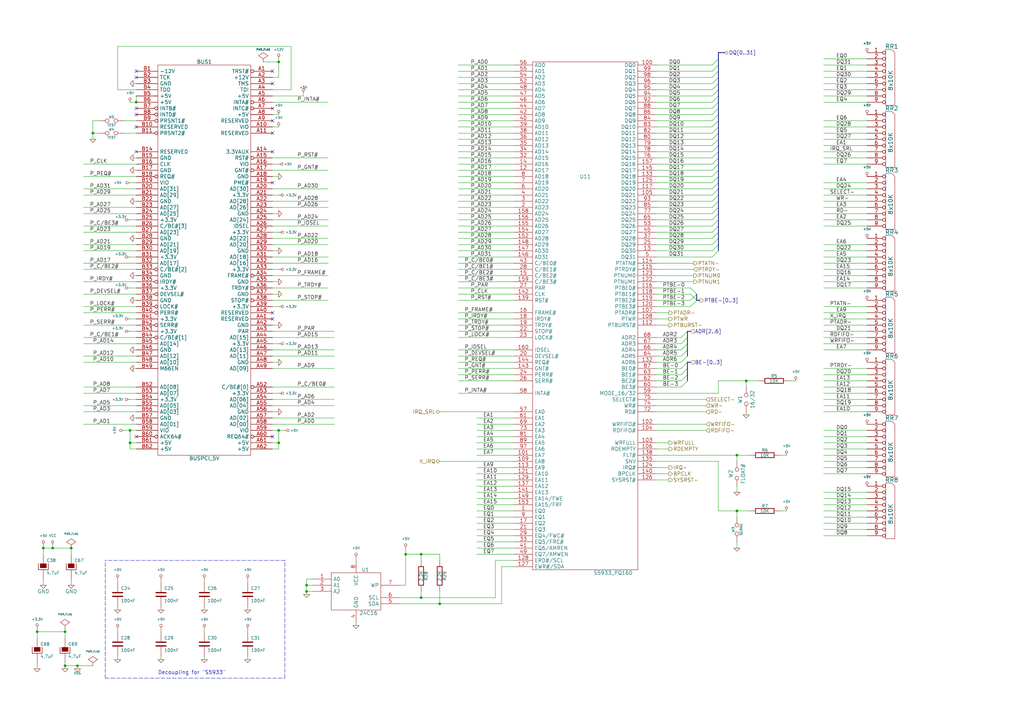
<source format=kicad_sch>
(kicad_sch (version 20230121) (generator eeschema)
  (paper "A3")
  (title_block (title "Video") (date "Sun 22 Mar 2015") (rev "2.0B") (company "Kicad EDA") (comment 1 "Interface Bus PCI"))
  (junction (at 26.67 273.05) (diameter 0.9144))
  (junction (at 125.73 242.57) (diameter 0.9144))
  (junction (at 302.26 209.55) (diameter 0.9144))
  (junction (at 114.3 25.4) (diameter 0.9144))
  (junction (at 38.1 54.61) (diameter 0.9144))
  (junction (at 180.34 247.65) (diameter 0.9144))
  (junction (at 31.75 273.05) (diameter 0.9144))
  (junction (at 53.34 181.61) (diameter 0.9144))
  (junction (at 29.21 224.79) (diameter 0.9144))
  (junction (at 114.3 181.61) (diameter 0.9144))
  (junction (at 302.26 186.69) (diameter 0.9144))
  (junction (at 172.72 227.33) (diameter 0.9144))
  (junction (at 26.67 259.08) (diameter 0.9144))
  (junction (at 55.88 41.91) (diameter 0.9144))
  (junction (at 17.78 224.79) (diameter 0.9144))
  (junction (at 53.34 176.53) (diameter 0.9144))
  (junction (at 166.37 227.33) (diameter 0.9144))
  (junction (at 306.07 156.21) (diameter 0.9144))
  (junction (at 125.73 240.03) (diameter 0.9144))
  (junction (at 114.3 176.53) (diameter 0.9144))
  (junction (at 15.24 259.08) (diameter 0.9144))
  (junction (at 21.59 224.79) (diameter 0.9144))
  (junction (at 172.72 245.11) (diameter 0.9144))
  (no_connect (at 55.88 44.45))
  (no_connect (at 55.88 52.07))
  (no_connect (at 111.76 54.61))
  (no_connect (at 111.76 62.23))
  (no_connect (at 111.76 49.53))
  (no_connect (at 111.76 44.45))
  (no_connect (at 111.76 34.29))
  (no_connect (at 111.76 29.21))
  (no_connect (at 111.76 128.27))
  (no_connect (at 111.76 74.93))
  (no_connect (at 55.88 62.23))
  (no_connect (at 55.88 31.75))
  (no_connect (at 55.88 179.07))
  (no_connect (at 55.88 46.99))
  (no_connect (at 111.76 179.07))
  (no_connect (at 111.76 130.81))
  (no_connect (at 55.88 29.21))
  (bus_entry (at 279.4 146.05) (size 2.54 -2.54) (stroke (width 0.1524)))
  (bus_entry (at 292.1 77.47) (size 2.54 -2.54) (stroke (width 0.1524)))
  (bus_entry (at 292.1 29.21) (size 2.54 -2.54) (stroke (width 0.1524)))
  (bus_entry (at 292.1 62.23) (size 2.54 -2.54) (stroke (width 0.1524)))
  (bus_entry (at 292.1 87.63) (size 2.54 -2.54) (stroke (width 0.1524)))
  (bus_entry (at 292.1 26.67) (size 2.54 -2.54) (stroke (width 0.1524)))
  (bus_entry (at 292.1 80.01) (size 2.54 -2.54) (stroke (width 0.1524)))
  (bus_entry (at 292.1 39.37) (size 2.54 -2.54) (stroke (width 0.1524)))
  (bus_entry (at 292.1 49.53) (size 2.54 -2.54) (stroke (width 0.1524)))
  (bus_entry (at 292.1 102.87) (size 2.54 -2.54) (stroke (width 0.1524)))
  (bus_entry (at 292.1 36.83) (size 2.54 -2.54) (stroke (width 0.1524)))
  (bus_entry (at 279.4 148.59) (size 2.54 -2.54) (stroke (width 0.1524)))
  (bus_entry (at 283.21 120.65) (size 2.54 2.54) (stroke (width 0.1524)))
  (bus_entry (at 292.1 52.07) (size 2.54 -2.54) (stroke (width 0.1524)))
  (bus_entry (at 279.4 140.97) (size 2.54 -2.54) (stroke (width 0.1524)))
  (bus_entry (at 292.1 34.29) (size 2.54 -2.54) (stroke (width 0.1524)))
  (bus_entry (at 292.1 82.55) (size 2.54 -2.54) (stroke (width 0.1524)))
  (bus_entry (at 292.1 46.99) (size 2.54 -2.54) (stroke (width 0.1524)))
  (bus_entry (at 279.4 151.13) (size 2.54 -2.54) (stroke (width 0.1524)))
  (bus_entry (at 283.21 118.11) (size 2.54 2.54) (stroke (width 0.1524)))
  (bus_entry (at 292.1 85.09) (size 2.54 -2.54) (stroke (width 0.1524)))
  (bus_entry (at 279.4 156.21) (size 2.54 -2.54) (stroke (width 0.1524)))
  (bus_entry (at 292.1 67.31) (size 2.54 -2.54) (stroke (width 0.1524)))
  (bus_entry (at 292.1 95.25) (size 2.54 -2.54) (stroke (width 0.1524)))
  (bus_entry (at 292.1 41.91) (size 2.54 -2.54) (stroke (width 0.1524)))
  (bus_entry (at 292.1 74.93) (size 2.54 -2.54) (stroke (width 0.1524)))
  (bus_entry (at 283.21 123.19) (size 2.54 -2.54) (stroke (width 0.1524)))
  (bus_entry (at 292.1 64.77) (size 2.54 -2.54) (stroke (width 0.1524)))
  (bus_entry (at 292.1 92.71) (size 2.54 -2.54) (stroke (width 0.1524)))
  (bus_entry (at 292.1 69.85) (size 2.54 -2.54) (stroke (width 0.1524)))
  (bus_entry (at 279.4 153.67) (size 2.54 -2.54) (stroke (width 0.1524)))
  (bus_entry (at 283.21 125.73) (size 2.54 -2.54) (stroke (width 0.1524)))
  (bus_entry (at 292.1 54.61) (size 2.54 -2.54) (stroke (width 0.1524)))
  (bus_entry (at 279.4 138.43) (size 2.54 -2.54) (stroke (width 0.1524)))
  (bus_entry (at 292.1 105.41) (size 2.54 -2.54) (stroke (width 0.1524)))
  (bus_entry (at 292.1 31.75) (size 2.54 -2.54) (stroke (width 0.1524)))
  (bus_entry (at 292.1 59.69) (size 2.54 -2.54) (stroke (width 0.1524)))
  (bus_entry (at 292.1 57.15) (size 2.54 -2.54) (stroke (width 0.1524)))
  (bus_entry (at 292.1 72.39) (size 2.54 -2.54) (stroke (width 0.1524)))
  (bus_entry (at 292.1 100.33) (size 2.54 -2.54) (stroke (width 0.1524)))
  (bus_entry (at 279.4 143.51) (size 2.54 -2.54) (stroke (width 0.1524)))
  (bus_entry (at 279.4 158.75) (size 2.54 -2.54) (stroke (width 0.1524)))
  (bus_entry (at 292.1 90.17) (size 2.54 -2.54) (stroke (width 0.1524)))
  (bus_entry (at 292.1 44.45) (size 2.54 -2.54) (stroke (width 0.1524)))
  (bus_entry (at 292.1 97.79) (size 2.54 -2.54) (stroke (width 0.1524)))
  (wire (pts (xy 337.82 189.23) (xy 355.6 189.23)))
  (wire (pts (xy 269.24 151.13) (xy 279.4 151.13)))
  (wire (pts (xy 337.82 138.43) (xy 355.6 138.43)))
  (wire (pts (xy 111.76 151.13) (xy 137.16 151.13)))
  (wire (pts (xy 269.24 173.99) (xy 289.56 173.99)))
  (wire (pts (xy 40.64 49.53) (xy 38.1 49.53)))
  (wire (pts (xy 48.26 248.92) (xy 48.26 250.19)))
  (wire (pts (xy 269.24 189.23) (xy 294.64 189.23)))
  (wire (pts (xy 195.58 191.77) (xy 210.82 191.77)))
  (wire (pts (xy 34.29 120.65) (xy 55.88 120.65)))
  (wire (pts (xy 114.3 24.13) (xy 114.3 25.4)))
  (wire (pts (xy 269.24 196.85) (xy 274.32 196.85)))
  (wire (pts (xy 187.96 80.01) (xy 210.82 80.01)))
  (wire (pts (xy 269.24 72.39) (xy 292.1 72.39)))
  (wire (pts (xy 337.82 179.07) (xy 355.6 179.07)))
  (bus (pts (xy 294.64 21.59) (xy 294.64 24.13)))
  (wire (pts (xy 29.21 237.49) (xy 29.21 240.03)))
  (wire (pts (xy 38.1 54.61) (xy 40.64 54.61)))
  (wire (pts (xy 203.2 245.11) (xy 203.2 229.87)))
  (wire (pts (xy 337.82 85.09) (xy 355.6 85.09)))
  (wire (pts (xy 337.82 52.07) (xy 355.6 52.07)))
  (wire (pts (xy 187.96 62.23) (xy 210.82 62.23)))
  (wire (pts (xy 17.78 224.79) (xy 17.78 227.33)))
  (wire (pts (xy 111.76 69.85) (xy 134.62 69.85)))
  (wire (pts (xy 111.76 41.91) (xy 134.62 41.91)))
  (wire (pts (xy 34.29 148.59) (xy 55.88 148.59)))
  (wire (pts (xy 26.67 259.08) (xy 26.67 261.62)))
  (wire (pts (xy 195.58 219.71) (xy 210.82 219.71)))
  (wire (pts (xy 111.76 72.39) (xy 114.3 72.39)))
  (wire (pts (xy 269.24 29.21) (xy 292.1 29.21)))
  (bus (pts (xy 281.94 148.59) (xy 281.94 151.13)))
  (wire (pts (xy 125.73 237.49) (xy 125.73 240.03)))
  (wire (pts (xy 302.26 186.69) (xy 307.34 186.69)))
  (wire (pts (xy 337.82 92.71) (xy 355.6 92.71)))
  (wire (pts (xy 195.58 196.85) (xy 210.82 196.85)))
  (wire (pts (xy 83.82 237.49) (xy 83.82 238.76)))
  (wire (pts (xy 337.82 204.47) (xy 355.6 204.47)))
  (wire (pts (xy 50.8 49.53) (xy 55.88 49.53)))
  (wire (pts (xy 111.76 100.33) (xy 134.62 100.33)))
  (bus (pts (xy 294.64 24.13) (xy 294.64 26.67)))
  (wire (pts (xy 34.29 115.57) (xy 55.88 115.57)))
  (wire (pts (xy 54.61 171.45) (xy 55.88 171.45)))
  (wire (pts (xy 107.95 25.4) (xy 114.3 25.4)))
  (wire (pts (xy 166.37 227.33) (xy 166.37 240.03)))
  (wire (pts (xy 337.82 57.15) (xy 355.6 57.15)))
  (wire (pts (xy 269.24 62.23) (xy 292.1 62.23)))
  (wire (pts (xy 34.29 72.39) (xy 55.88 72.39)))
  (wire (pts (xy 34.29 146.05) (xy 55.88 146.05)))
  (wire (pts (xy 187.96 54.61) (xy 210.82 54.61)))
  (wire (pts (xy 111.76 181.61) (xy 114.3 181.61)))
  (wire (pts (xy 101.6 257.81) (xy 101.6 259.08)))
  (wire (pts (xy 187.96 31.75) (xy 210.82 31.75)))
  (wire (pts (xy 187.96 113.03) (xy 210.82 113.03)))
  (wire (pts (xy 180.34 247.65) (xy 205.74 247.65)))
  (wire (pts (xy 187.96 105.41) (xy 210.82 105.41)))
  (wire (pts (xy 337.82 207.01) (xy 355.6 207.01)))
  (bus (pts (xy 294.64 34.29) (xy 294.64 36.83)))
  (wire (pts (xy 53.34 135.89) (xy 55.88 135.89)))
  (wire (pts (xy 302.26 199.39) (xy 302.26 201.93)))
  (wire (pts (xy 195.58 176.53) (xy 210.82 176.53)))
  (wire (pts (xy 187.96 64.77) (xy 210.82 64.77)))
  (wire (pts (xy 54.61 97.79) (xy 55.88 97.79)))
  (wire (pts (xy 111.76 80.01) (xy 114.3 80.01)))
  (wire (pts (xy 337.82 153.67) (xy 355.6 153.67)))
  (wire (pts (xy 337.82 59.69) (xy 355.6 59.69)))
  (wire (pts (xy 337.82 133.35) (xy 355.6 133.35)))
  (wire (pts (xy 337.82 143.51) (xy 355.6 143.51)))
  (wire (pts (xy 66.04 250.19) (xy 66.04 248.92)))
  (wire (pts (xy 55.88 151.13) (xy 54.61 151.13)))
  (wire (pts (xy 172.72 227.33) (xy 180.34 227.33)))
  (wire (pts (xy 111.76 36.83) (xy 119.38 36.83)))
  (wire (pts (xy 187.96 115.57) (xy 210.82 115.57)))
  (wire (pts (xy 187.96 52.07) (xy 210.82 52.07)))
  (wire (pts (xy 55.88 123.19) (xy 54.61 123.19)))
  (wire (pts (xy 34.29 138.43) (xy 55.88 138.43)))
  (wire (pts (xy 111.76 163.83) (xy 137.16 163.83)))
  (wire (pts (xy 269.24 181.61) (xy 274.32 181.61)))
  (wire (pts (xy 269.24 100.33) (xy 292.1 100.33)))
  (wire (pts (xy 337.82 191.77) (xy 355.6 191.77)))
  (bus (pts (xy 294.64 80.01) (xy 294.64 82.55)))
  (wire (pts (xy 195.58 201.93) (xy 210.82 201.93)))
  (wire (pts (xy 187.96 156.21) (xy 210.82 156.21)))
  (wire (pts (xy 66.04 257.81) (xy 66.04 259.08)))
  (bus (pts (xy 294.64 44.45) (xy 294.64 46.99)))
  (wire (pts (xy 111.76 123.19) (xy 134.62 123.19)))
  (wire (pts (xy 111.76 85.09) (xy 134.62 85.09)))
  (wire (pts (xy 294.64 161.29) (xy 294.64 156.21)))
  (wire (pts (xy 163.83 247.65) (xy 180.34 247.65)))
  (wire (pts (xy 21.59 223.52) (xy 21.59 224.79)))
  (wire (pts (xy 337.82 41.91) (xy 355.6 41.91)))
  (wire (pts (xy 337.82 110.49) (xy 355.6 110.49)))
  (wire (pts (xy 337.82 135.89) (xy 355.6 135.89)))
  (wire (pts (xy 26.67 273.05) (xy 31.75 273.05)))
  (wire (pts (xy 55.88 39.37) (xy 55.88 41.91)))
  (wire (pts (xy 34.29 110.49) (xy 55.88 110.49)))
  (wire (pts (xy 306.07 156.21) (xy 311.15 156.21)))
  (wire (pts (xy 269.24 82.55) (xy 292.1 82.55)))
  (wire (pts (xy 53.34 130.81) (xy 55.88 130.81)))
  (wire (pts (xy 111.76 52.07) (xy 114.3 52.07)))
  (wire (pts (xy 187.96 123.19) (xy 210.82 123.19)))
  (wire (pts (xy 21.59 224.79) (xy 29.21 224.79)))
  (wire (pts (xy 111.76 118.11) (xy 134.62 118.11)))
  (wire (pts (xy 210.82 229.87) (xy 203.2 229.87)))
  (wire (pts (xy 111.76 95.25) (xy 114.3 95.25)))
  (wire (pts (xy 125.73 240.03) (xy 125.73 242.57)))
  (wire (pts (xy 166.37 224.79) (xy 166.37 227.33)))
  (wire (pts (xy 323.85 156.21) (xy 326.39 156.21)))
  (bus (pts (xy 281.94 143.51) (xy 281.94 146.05)))
  (wire (pts (xy 269.24 128.27) (xy 274.32 128.27)))
  (wire (pts (xy 337.82 82.55) (xy 355.6 82.55)))
  (wire (pts (xy 111.76 138.43) (xy 137.16 138.43)))
  (wire (pts (xy 111.76 115.57) (xy 114.3 115.57)))
  (wire (pts (xy 34.29 95.25) (xy 55.88 95.25)))
  (wire (pts (xy 34.29 161.29) (xy 55.88 161.29)))
  (wire (pts (xy 337.82 49.53) (xy 355.6 49.53)))
  (wire (pts (xy 34.29 102.87) (xy 55.88 102.87)))
  (wire (pts (xy 111.76 87.63) (xy 114.3 87.63)))
  (wire (pts (xy 269.24 59.69) (xy 292.1 59.69)))
  (wire (pts (xy 269.24 107.95) (xy 284.48 107.95)))
  (wire (pts (xy 337.82 64.77) (xy 355.6 64.77)))
  (wire (pts (xy 48.26 19.05) (xy 119.38 19.05)))
  (wire (pts (xy 269.24 140.97) (xy 279.4 140.97)))
  (wire (pts (xy 269.24 148.59) (xy 279.4 148.59)))
  (bus (pts (xy 294.64 77.47) (xy 294.64 80.01)))
  (wire (pts (xy 269.24 54.61) (xy 292.1 54.61)))
  (bus (pts (xy 287.02 123.19) (xy 285.75 123.19)))
  (wire (pts (xy 302.26 186.69) (xy 302.26 189.23)))
  (wire (pts (xy 187.96 59.69) (xy 210.82 59.69)))
  (wire (pts (xy 269.24 168.91) (xy 289.56 168.91)))
  (wire (pts (xy 337.82 156.21) (xy 355.6 156.21)))
  (wire (pts (xy 195.58 224.79) (xy 210.82 224.79)))
  (wire (pts (xy 111.76 173.99) (xy 137.16 173.99)))
  (bus (pts (xy 294.64 90.17) (xy 294.64 92.71)))
  (wire (pts (xy 114.3 176.53) (xy 114.3 181.61)))
  (wire (pts (xy 269.24 118.11) (xy 283.21 118.11)))
  (wire (pts (xy 187.96 130.81) (xy 210.82 130.81)))
  (wire (pts (xy 34.29 168.91) (xy 55.88 168.91)))
  (wire (pts (xy 187.96 100.33) (xy 210.82 100.33)))
  (wire (pts (xy 302.26 222.25) (xy 302.26 224.79)))
  (wire (pts (xy 34.29 100.33) (xy 55.88 100.33)))
  (wire (pts (xy 111.76 46.99) (xy 114.3 46.99)))
  (wire (pts (xy 269.24 77.47) (xy 292.1 77.47)))
  (wire (pts (xy 269.24 67.31) (xy 292.1 67.31)))
  (wire (pts (xy 195.58 204.47) (xy 210.82 204.47)))
  (wire (pts (xy 55.88 34.29) (xy 54.61 34.29)))
  (bus (pts (xy 294.64 85.09) (xy 294.64 87.63)))
  (wire (pts (xy 34.29 107.95) (xy 55.88 107.95)))
  (wire (pts (xy 187.96 29.21) (xy 210.82 29.21)))
  (wire (pts (xy 187.96 85.09) (xy 210.82 85.09)))
  (wire (pts (xy 53.34 184.15) (xy 55.88 184.15)))
  (wire (pts (xy 269.24 57.15) (xy 292.1 57.15)))
  (wire (pts (xy 34.29 140.97) (xy 55.88 140.97)))
  (wire (pts (xy 111.76 82.55) (xy 134.62 82.55)))
  (wire (pts (xy 269.24 87.63) (xy 292.1 87.63)))
  (wire (pts (xy 48.26 269.24) (xy 48.26 270.51)))
  (polyline (pts (xy 116.84 278.13) (xy 116.84 229.87)) (stroke (width 0) (type dash)))
  (wire (pts (xy 125.73 242.57) (xy 125.73 243.84)))
  (wire (pts (xy 187.96 49.53) (xy 210.82 49.53)))
  (wire (pts (xy 337.82 214.63) (xy 355.6 214.63)))
  (wire (pts (xy 53.34 118.11) (xy 55.88 118.11)))
  (wire (pts (xy 111.76 113.03) (xy 134.62 113.03)))
  (wire (pts (xy 54.61 82.55) (xy 55.88 82.55)))
  (bus (pts (xy 294.64 54.61) (xy 294.64 57.15)))
  (wire (pts (xy 269.24 138.43) (xy 279.4 138.43)))
  (wire (pts (xy 269.24 163.83) (xy 289.56 163.83)))
  (wire (pts (xy 125.73 237.49) (xy 128.27 237.49)))
  (wire (pts (xy 187.96 97.79) (xy 210.82 97.79)))
  (wire (pts (xy 205.74 247.65) (xy 205.74 232.41)))
  (wire (pts (xy 187.96 146.05) (xy 210.82 146.05)))
  (wire (pts (xy 210.82 232.41) (xy 205.74 232.41)))
  (wire (pts (xy 195.58 179.07) (xy 210.82 179.07)))
  (bus (pts (xy 294.64 82.55) (xy 294.64 85.09)))
  (wire (pts (xy 66.04 238.76) (xy 66.04 237.49)))
  (wire (pts (xy 269.24 64.77) (xy 292.1 64.77)))
  (wire (pts (xy 187.96 26.67) (xy 210.82 26.67)))
  (wire (pts (xy 187.96 44.45) (xy 210.82 44.45)))
  (wire (pts (xy 269.24 36.83) (xy 292.1 36.83)))
  (wire (pts (xy 111.76 67.31) (xy 114.3 67.31)))
  (wire (pts (xy 187.96 128.27) (xy 210.82 128.27)))
  (wire (pts (xy 337.82 67.31) (xy 355.6 67.31)))
  (bus (pts (xy 294.64 52.07) (xy 294.64 54.61)))
  (wire (pts (xy 111.76 102.87) (xy 114.3 102.87)))
  (wire (pts (xy 337.82 125.73) (xy 355.6 125.73)))
  (wire (pts (xy 187.96 87.63) (xy 210.82 87.63)))
  (wire (pts (xy 111.76 176.53) (xy 114.3 176.53)))
  (wire (pts (xy 50.8 176.53) (xy 53.34 176.53)))
  (wire (pts (xy 180.34 189.23) (xy 210.82 189.23)))
  (wire (pts (xy 187.96 138.43) (xy 210.82 138.43)))
  (wire (pts (xy 187.96 110.49) (xy 210.82 110.49)))
  (wire (pts (xy 187.96 72.39) (xy 210.82 72.39)))
  (wire (pts (xy 195.58 171.45) (xy 210.82 171.45)))
  (wire (pts (xy 337.82 163.83) (xy 355.6 163.83)))
  (wire (pts (xy 269.24 191.77) (xy 274.32 191.77)))
  (wire (pts (xy 269.24 161.29) (xy 294.64 161.29)))
  (polyline (pts (xy 43.18 278.13) (xy 43.18 229.87)) (stroke (width 0) (type dash)))
  (bus (pts (xy 294.64 57.15) (xy 294.64 59.69)))
  (wire (pts (xy 34.29 133.35) (xy 55.88 133.35)))
  (wire (pts (xy 187.96 143.51) (xy 210.82 143.51)))
  (wire (pts (xy 101.6 237.49) (xy 101.6 238.76)))
  (wire (pts (xy 195.58 222.25) (xy 210.82 222.25)))
  (wire (pts (xy 320.04 209.55) (xy 322.58 209.55)))
  (wire (pts (xy 269.24 41.91) (xy 292.1 41.91)))
  (wire (pts (xy 187.96 74.93) (xy 210.82 74.93)))
  (wire (pts (xy 55.88 113.03) (xy 54.61 113.03)))
  (wire (pts (xy 111.76 133.35) (xy 114.3 133.35)))
  (wire (pts (xy 172.72 227.33) (xy 172.72 229.87)))
  (wire (pts (xy 269.24 92.71) (xy 292.1 92.71)))
  (wire (pts (xy 195.58 181.61) (xy 210.82 181.61)))
  (wire (pts (xy 166.37 240.03) (xy 163.83 240.03)))
  (wire (pts (xy 187.96 148.59) (xy 210.82 148.59)))
  (wire (pts (xy 195.58 186.69) (xy 210.82 186.69)))
  (wire (pts (xy 55.88 36.83) (xy 48.26 36.83)))
  (wire (pts (xy 187.96 95.25) (xy 210.82 95.25)))
  (wire (pts (xy 54.61 143.51) (xy 55.88 143.51)))
  (wire (pts (xy 269.24 194.31) (xy 274.32 194.31)))
  (wire (pts (xy 34.29 173.99) (xy 55.88 173.99)))
  (wire (pts (xy 269.24 123.19) (xy 283.21 123.19)))
  (bus (pts (xy 294.64 67.31) (xy 294.64 69.85)))
  (wire (pts (xy 53.34 74.93) (xy 55.88 74.93)))
  (wire (pts (xy 187.96 46.99) (xy 210.82 46.99)))
  (wire (pts (xy 337.82 140.97) (xy 355.6 140.97)))
  (bus (pts (xy 294.64 31.75) (xy 294.64 34.29)))
  (bus (pts (xy 294.64 92.71) (xy 294.64 95.25)))
  (bus (pts (xy 281.94 148.59) (xy 283.21 148.59)))
  (wire (pts (xy 53.34 105.41) (xy 55.88 105.41)))
  (wire (pts (xy 180.34 227.33) (xy 180.34 229.87)))
  (wire (pts (xy 101.6 269.24) (xy 101.6 270.51)))
  (wire (pts (xy 111.76 92.71) (xy 134.62 92.71)))
  (wire (pts (xy 195.58 184.15) (xy 210.82 184.15)))
  (wire (pts (xy 269.24 97.79) (xy 292.1 97.79)))
  (wire (pts (xy 269.24 34.29) (xy 292.1 34.29)))
  (wire (pts (xy 195.58 207.01) (xy 210.82 207.01)))
  (wire (pts (xy 195.58 217.17) (xy 210.82 217.17)))
  (bus (pts (xy 281.94 140.97) (xy 281.94 143.51)))
  (wire (pts (xy 48.26 257.81) (xy 48.26 259.08)))
  (bus (pts (xy 294.64 49.53) (xy 294.64 52.07)))
  (wire (pts (xy 337.82 161.29) (xy 355.6 161.29)))
  (wire (pts (xy 15.24 257.81) (xy 15.24 259.08)))
  (wire (pts (xy 195.58 199.39) (xy 210.82 199.39)))
  (wire (pts (xy 195.58 214.63) (xy 210.82 214.63)))
  (wire (pts (xy 269.24 39.37) (xy 292.1 39.37)))
  (wire (pts (xy 337.82 31.75) (xy 355.6 31.75)))
  (wire (pts (xy 26.67 273.05) (xy 26.67 274.32)))
  (wire (pts (xy 31.75 273.05) (xy 31.75 274.32)))
  (wire (pts (xy 269.24 166.37) (xy 289.56 166.37)))
  (wire (pts (xy 306.07 156.21) (xy 306.07 158.75)))
  (wire (pts (xy 269.24 69.85) (xy 292.1 69.85)))
  (wire (pts (xy 269.24 95.25) (xy 292.1 95.25)))
  (bus (pts (xy 294.64 72.39) (xy 294.64 74.93)))
  (wire (pts (xy 111.76 171.45) (xy 137.16 171.45)))
  (wire (pts (xy 111.76 158.75) (xy 137.16 158.75)))
  (wire (pts (xy 269.24 44.45) (xy 292.1 44.45)))
  (wire (pts (xy 269.24 153.67) (xy 279.4 153.67)))
  (wire (pts (xy 83.82 250.19) (xy 83.82 248.92)))
  (wire (pts (xy 166.37 227.33) (xy 172.72 227.33)))
  (wire (pts (xy 337.82 24.13) (xy 355.6 24.13)))
  (bus (pts (xy 294.64 36.83) (xy 294.64 39.37)))
  (bus (pts (xy 285.75 123.19) (xy 285.75 120.65)))
  (wire (pts (xy 187.96 41.91) (xy 210.82 41.91)))
  (wire (pts (xy 34.29 77.47) (xy 55.88 77.47)))
  (bus (pts (xy 294.64 29.21) (xy 294.64 31.75)))
  (wire (pts (xy 187.96 39.37) (xy 210.82 39.37)))
  (bus (pts (xy 294.64 64.77) (xy 294.64 67.31)))
  (wire (pts (xy 187.96 34.29) (xy 210.82 34.29)))
  (bus (pts (xy 294.64 97.79) (xy 294.64 100.33)))
  (wire (pts (xy 111.76 143.51) (xy 137.16 143.51)))
  (wire (pts (xy 180.34 168.91) (xy 210.82 168.91)))
  (bus (pts (xy 294.64 87.63) (xy 294.64 90.17)))
  (bus (pts (xy 281.94 151.13) (xy 281.94 153.67)))
  (wire (pts (xy 15.24 259.08) (xy 26.67 259.08)))
  (wire (pts (xy 269.24 158.75) (xy 279.4 158.75)))
  (wire (pts (xy 187.96 92.71) (xy 210.82 92.71)))
  (wire (pts (xy 146.05 228.6) (xy 146.05 229.87)))
  (wire (pts (xy 294.64 189.23) (xy 294.64 209.55)))
  (wire (pts (xy 187.96 67.31) (xy 210.82 67.31)))
  (wire (pts (xy 269.24 130.81) (xy 274.32 130.81)))
  (wire (pts (xy 337.82 107.95) (xy 355.6 107.95)))
  (wire (pts (xy 337.82 158.75) (xy 355.6 158.75)))
  (wire (pts (xy 15.24 271.78) (xy 15.24 274.32)))
  (wire (pts (xy 269.24 90.17) (xy 292.1 90.17)))
  (wire (pts (xy 34.29 158.75) (xy 55.88 158.75)))
  (wire (pts (xy 114.3 25.4) (xy 114.3 31.75)))
  (wire (pts (xy 111.76 39.37) (xy 124.46 39.37)))
  (wire (pts (xy 337.82 194.31) (xy 355.6 194.31)))
  (bus (pts (xy 281.94 153.67) (xy 281.94 156.21)))
  (wire (pts (xy 337.82 100.33) (xy 355.6 100.33)))
  (wire (pts (xy 111.76 64.77) (xy 134.62 64.77)))
  (wire (pts (xy 34.29 125.73) (xy 55.88 125.73)))
  (wire (pts (xy 269.24 113.03) (xy 284.48 113.03)))
  (wire (pts (xy 337.82 105.41) (xy 355.6 105.41)))
  (wire (pts (xy 146.05 255.27) (xy 146.05 256.54)))
  (wire (pts (xy 269.24 105.41) (xy 292.1 105.41)))
  (wire (pts (xy 306.07 170.18) (xy 306.07 168.91)))
  (polyline (pts (xy 116.84 229.87) (xy 43.18 229.87)) (stroke (width 0) (type dash)))
  (wire (pts (xy 34.29 92.71) (xy 55.88 92.71)))
  (wire (pts (xy 163.83 245.11) (xy 172.72 245.11)))
  (wire (pts (xy 269.24 26.67) (xy 292.1 26.67)))
  (wire (pts (xy 34.29 80.01) (xy 55.88 80.01)))
  (wire (pts (xy 119.38 36.83) (xy 119.38 19.05)))
  (wire (pts (xy 53.34 176.53) (xy 53.34 181.61)))
  (wire (pts (xy 187.96 90.17) (xy 210.82 90.17)))
  (wire (pts (xy 187.96 151.13) (xy 210.82 151.13)))
  (wire (pts (xy 111.76 77.47) (xy 134.62 77.47)))
  (wire (pts (xy 269.24 85.09) (xy 292.1 85.09)))
  (wire (pts (xy 269.24 110.49) (xy 284.48 110.49)))
  (wire (pts (xy 26.67 257.81) (xy 26.67 259.08)))
  (wire (pts (xy 172.72 245.11) (xy 203.2 245.11)))
  (wire (pts (xy 269.24 74.93) (xy 292.1 74.93)))
  (wire (pts (xy 187.96 118.11) (xy 210.82 118.11)))
  (wire (pts (xy 337.82 212.09) (xy 355.6 212.09)))
  (bus (pts (xy 281.94 138.43) (xy 281.94 140.97)))
  (bus (pts (xy 294.64 62.23) (xy 294.64 64.77)))
  (wire (pts (xy 114.3 176.53) (xy 116.84 176.53)))
  (wire (pts (xy 34.29 85.09) (xy 55.88 85.09)))
  (wire (pts (xy 29.21 224.79) (xy 29.21 227.33)))
  (wire (pts (xy 111.76 146.05) (xy 137.16 146.05)))
  (bus (pts (xy 294.64 21.59) (xy 297.18 21.59)))
  (wire (pts (xy 125.73 240.03) (xy 128.27 240.03)))
  (wire (pts (xy 111.76 166.37) (xy 137.16 166.37)))
  (wire (pts (xy 269.24 143.51) (xy 279.4 143.51)))
  (wire (pts (xy 337.82 102.87) (xy 355.6 102.87)))
  (bus (pts (xy 281.94 135.89) (xy 281.94 138.43)))
  (wire (pts (xy 66.04 269.24) (xy 66.04 270.51)))
  (wire (pts (xy 187.96 107.95) (xy 210.82 107.95)))
  (bus (pts (xy 294.64 74.93) (xy 294.64 77.47)))
  (wire (pts (xy 55.88 41.91) (xy 53.34 41.91)))
  (wire (pts (xy 111.76 125.73) (xy 114.3 125.73)))
  (bus (pts (xy 294.64 39.37) (xy 294.64 41.91)))
  (wire (pts (xy 269.24 80.01) (xy 292.1 80.01)))
  (wire (pts (xy 111.76 110.49) (xy 114.3 110.49)))
  (wire (pts (xy 180.34 242.57) (xy 180.34 247.65)))
  (wire (pts (xy 269.24 186.69) (xy 302.26 186.69)))
  (wire (pts (xy 195.58 173.99) (xy 210.82 173.99)))
  (wire (pts (xy 15.24 259.08) (xy 15.24 261.62)))
  (wire (pts (xy 53.34 176.53) (xy 55.88 176.53)))
  (wire (pts (xy 337.82 29.21) (xy 355.6 29.21)))
  (wire (pts (xy 337.82 62.23) (xy 355.6 62.23)))
  (wire (pts (xy 187.96 120.65) (xy 210.82 120.65)))
  (wire (pts (xy 337.82 128.27) (xy 355.6 128.27)))
  (wire (pts (xy 187.96 102.87) (xy 210.82 102.87)))
  (wire (pts (xy 83.82 269.24) (xy 83.82 270.51)))
  (wire (pts (xy 269.24 156.21) (xy 279.4 156.21)))
  (wire (pts (xy 187.96 135.89) (xy 210.82 135.89)))
  (wire (pts (xy 269.24 133.35) (xy 274.32 133.35)))
  (wire (pts (xy 269.24 102.87) (xy 292.1 102.87)))
  (wire (pts (xy 337.82 166.37) (xy 355.6 166.37)))
  (wire (pts (xy 83.82 259.08) (xy 83.82 257.81)))
  (wire (pts (xy 34.29 166.37) (xy 55.88 166.37)))
  (wire (pts (xy 269.24 52.07) (xy 292.1 52.07)))
  (polyline (pts (xy 43.18 278.13) (xy 116.84 278.13)) (stroke (width 0) (type dash)))
  (wire (pts (xy 187.96 153.67) (xy 210.82 153.67)))
  (wire (pts (xy 337.82 74.93) (xy 355.6 74.93)))
  (wire (pts (xy 195.58 209.55) (xy 210.82 209.55)))
  (wire (pts (xy 114.3 184.15) (xy 111.76 184.15)))
  (wire (pts (xy 337.82 113.03) (xy 355.6 113.03)))
  (wire (pts (xy 187.96 57.15) (xy 210.82 57.15)))
  (wire (pts (xy 48.26 36.83) (xy 48.26 19.05)))
  (wire (pts (xy 337.82 118.11) (xy 355.6 118.11)))
  (wire (pts (xy 337.82 39.37) (xy 355.6 39.37)))
  (wire (pts (xy 187.96 69.85) (xy 210.82 69.85)))
  (wire (pts (xy 38.1 49.53) (xy 38.1 54.61)))
  (wire (pts (xy 195.58 212.09) (xy 210.82 212.09)))
  (wire (pts (xy 269.24 146.05) (xy 279.4 146.05)))
  (wire (pts (xy 302.26 209.55) (xy 302.26 212.09)))
  (wire (pts (xy 337.82 77.47) (xy 355.6 77.47)))
  (wire (pts (xy 125.73 242.57) (xy 128.27 242.57)))
  (wire (pts (xy 294.64 209.55) (xy 302.26 209.55)))
  (wire (pts (xy 111.76 135.89) (xy 137.16 135.89)))
  (wire (pts (xy 269.24 46.99) (xy 292.1 46.99)))
  (wire (pts (xy 187.96 77.47) (xy 210.82 77.47)))
  (wire (pts (xy 111.76 161.29) (xy 114.3 161.29)))
  (wire (pts (xy 53.34 181.61) (xy 53.34 184.15)))
  (wire (pts (xy 124.46 39.37) (xy 124.46 38.1)))
  (wire (pts (xy 111.76 168.91) (xy 114.3 168.91)))
  (bus (pts (xy 294.64 69.85) (xy 294.64 72.39)))
  (wire (pts (xy 111.76 107.95) (xy 134.62 107.95)))
  (wire (pts (xy 101.6 250.19) (xy 101.6 248.92)))
  (wire (pts (xy 337.82 186.69) (xy 355.6 186.69)))
  (wire (pts (xy 269.24 125.73) (xy 283.21 125.73)))
  (wire (pts (xy 337.82 184.15) (xy 355.6 184.15)))
  (wire (pts (xy 111.76 90.17) (xy 134.62 90.17)))
  (wire (pts (xy 195.58 194.31) (xy 210.82 194.31)))
  (wire (pts (xy 320.04 186.69) (xy 322.58 186.69)))
  (wire (pts (xy 54.61 69.85) (xy 55.88 69.85)))
  (wire (pts (xy 195.58 227.33) (xy 210.82 227.33)))
  (wire (pts (xy 17.78 237.49) (xy 17.78 240.03)))
  (wire (pts (xy 294.64 156.21) (xy 306.07 156.21)))
  (wire (pts (xy 114.3 31.75) (xy 111.76 31.75)))
  (wire (pts (xy 269.24 184.15) (xy 274.32 184.15)))
  (wire (pts (xy 337.82 80.01) (xy 355.6 80.01)))
  (wire (pts (xy 337.82 181.61) (xy 355.6 181.61)))
  (wire (pts (xy 34.29 128.27) (xy 55.88 128.27)))
  (wire (pts (xy 53.34 163.83) (xy 55.88 163.83)))
  (bus (pts (xy 294.64 59.69) (xy 294.64 62.23)))
  (wire (pts (xy 111.76 120.65) (xy 114.3 120.65)))
  (wire (pts (xy 31.75 273.05) (xy 38.1 273.05)))
  (wire (pts (xy 55.88 64.77) (xy 54.61 64.77)))
  (wire (pts (xy 17.78 224.79) (xy 21.59 224.79)))
  (wire (pts (xy 269.24 120.65) (xy 283.21 120.65)))
  (wire (pts (xy 111.76 97.79) (xy 134.62 97.79)))
  (bus (pts (xy 294.64 26.67) (xy 294.64 29.21)))
  (bus (pts (xy 294.64 100.33) (xy 294.64 102.87)))
  (wire (pts (xy 337.82 168.91) (xy 355.6 168.91)))
  (wire (pts (xy 337.82 176.53) (xy 355.6 176.53)))
  (wire (pts (xy 111.76 148.59) (xy 114.3 148.59)))
  (wire (pts (xy 337.82 151.13) (xy 355.6 151.13)))
  (wire (pts (xy 337.82 34.29) (xy 355.6 34.29)))
  (wire (pts (xy 34.29 87.63) (xy 55.88 87.63)))
  (bus (pts (xy 294.64 41.91) (xy 294.64 44.45)))
  (wire (pts (xy 38.1 54.61) (xy 38.1 57.15)))
  (wire (pts (xy 34.29 67.31) (xy 55.88 67.31)))
  (wire (pts (xy 187.96 36.83) (xy 210.82 36.83)))
  (wire (pts (xy 53.34 181.61) (xy 55.88 181.61)))
  (wire (pts (xy 48.26 237.49) (xy 48.26 238.76)))
  (wire (pts (xy 269.24 49.53) (xy 292.1 49.53)))
  (wire (pts (xy 53.34 90.17) (xy 55.88 90.17)))
  (wire (pts (xy 337.82 201.93) (xy 355.6 201.93)))
  (wire (pts (xy 337.82 130.81) (xy 355.6 130.81)))
  (wire (pts (xy 337.82 90.17) (xy 355.6 90.17)))
  (wire (pts (xy 337.82 219.71) (xy 355.6 219.71)))
  (wire (pts (xy 187.96 161.29) (xy 210.82 161.29)))
  (wire (pts (xy 111.76 105.41) (xy 134.62 105.41)))
  (wire (pts (xy 187.96 82.55) (xy 210.82 82.55)))
  (wire (pts (xy 337.82 36.83) (xy 355.6 36.83)))
  (wire (pts (xy 114.3 181.61) (xy 114.3 184.15)))
  (bus (pts (xy 281.94 135.89) (xy 283.21 135.89)))
  (wire (pts (xy 269.24 115.57) (xy 284.48 115.57)))
  (wire (pts (xy 302.26 209.55) (xy 307.34 209.55)))
  (wire (pts (xy 337.82 217.17) (xy 355.6 217.17)))
  (wire (pts (xy 111.76 140.97) (xy 114.3 140.97)))
  (wire (pts (xy 269.24 31.75) (xy 292.1 31.75)))
  (wire (pts (xy 337.82 115.57) (xy 355.6 115.57)))
  (wire (pts (xy 337.82 54.61) (xy 355.6 54.61)))
  (wire (pts (xy 17.78 223.52) (xy 17.78 224.79)))
  (wire (pts (xy 337.82 26.67) (xy 355.6 26.67)))
  (wire (pts (xy 337.82 209.55) (xy 355.6 209.55)))
  (wire (pts (xy 26.67 271.78) (xy 26.67 273.05)))
  (wire (pts (xy 172.72 242.57) (xy 172.72 245.11)))
  (wire (pts (xy 187.96 133.35) (xy 210.82 133.35)))
  (wire (pts (xy 50.8 54.61) (xy 55.88 54.61)))
  (bus (pts (xy 294.64 46.99) (xy 294.64 49.53)))
  (wire (pts (xy 337.82 87.63) (xy 355.6 87.63)))
  (wire (pts (xy 269.24 176.53) (xy 289.56 176.53)))
  (bus (pts (xy 294.64 95.25) (xy 294.64 97.79)))
  (text "Decoupling for \"S5933\"" (at 64.77 276.86 0) (effects (font (size 1.524 1.524)) (justify left bottom)))
  (label "EA6" (at 342.9 100.33 0) (effects (font (size 1.524 1.524))))
  (label "PTBE-1" (at 271.78 120.65 0) (effects (font (size 1.524 1.524))))
  (label "EA12" (at 198.12 199.39 0) (effects (font (size 1.524 1.524))))
  (label "P_AD23" (at 193.04 85.09 0) (effects (font (size 1.524 1.524))))
  (label "DQ11" (at 342.9 212.09 0) (effects (font (size 1.524 1.524))))
  (label "P_AD26" (at 193.04 92.71 0) (effects (font (size 1.524 1.524))))
  (label "P_C/BE0#" (at 121.92 158.75 0) (effects (font (size 1.524 1.524))))
  (label "P_IDSEL" (at 121.92 92.71 0) (effects (font (size 1.524 1.524))))
  (label "P_AD0" (at 121.92 173.99 0) (effects (font (size 1.524 1.524))))
  (label "P_AD22" (at 193.04 82.55 0) (effects (font (size 1.524 1.524))))
  (label "P_IRDY#" (at 190.5 130.81 0) (effects (font (size 1.524 1.524))))
  (label "DQ8" (at 342.9 219.71 0) (effects (font (size 1.524 1.524))))
  (label "P_AD13" (at 193.04 59.69 0) (effects (font (size 1.524 1.524))))
  (label "EA9" (at 342.9 128.27 0) (effects (font (size 1.524 1.524))))
  (label "P_AD7" (at 38.1 161.29 0) (effects (font (size 1.524 1.524))))
  (label "DQ1" (at 274.32 29.21 0) (effects (font (size 1.524 1.524))))
  (label "EA10" (at 342.9 168.91 0) (effects (font (size 1.524 1.524))))
  (label "DQ30" (at 274.32 102.87 0) (effects (font (size 1.524 1.524))))
  (label "DQ31" (at 274.32 105.41 0) (effects (font (size 1.524 1.524))))
  (label "EA14" (at 342.9 115.57 0) (effects (font (size 1.524 1.524))))
  (label "P_AD30" (at 121.92 77.47 0) (effects (font (size 1.524 1.524))))
  (label "P_AD11" (at 121.92 146.05 0) (effects (font (size 1.524 1.524))))
  (label "DQ0" (at 342.9 176.53 0) (effects (font (size 1.524 1.524))))
  (label "EQ0" (at 342.9 24.13 0) (effects (font (size 1.524 1.524))))
  (label "EQ7" (at 198.12 227.33 0) (effects (font (size 1.524 1.524))))
  (label "P_AD2" (at 121.92 171.45 0) (effects (font (size 1.524 1.524))))
  (label "P_CLK" (at 193.04 120.65 0) (effects (font (size 1.524 1.524))))
  (label "BE-0" (at 271.78 151.13 0) (effects (font (size 1.524 1.524))))
  (label "EQ5" (at 198.12 222.25 0) (effects (font (size 1.524 1.524))))
  (label "EA1" (at 342.9 59.69 0) (effects (font (size 1.524 1.524))))
  (label "DQ12" (at 274.32 57.15 0) (effects (font (size 1.524 1.524))))
  (label "EQ4" (at 198.12 219.71 0) (effects (font (size 1.524 1.524))))
  (label "DQ16" (at 274.32 67.31 0) (effects (font (size 1.524 1.524))))
  (label "P_AD4" (at 121.92 166.37 0) (effects (font (size 1.524 1.524))))
  (label "P_TRDY#" (at 121.92 118.11 0) (effects (font (size 1.524 1.524))))
  (label "P_CLK" (at 36.83 67.31 0) (effects (font (size 1.524 1.524))))
  (label "EA2" (at 342.9 90.17 0) (effects (font (size 1.524 1.524))))
  (label "DQ3" (at 342.9 184.15 0) (effects (font (size 1.524 1.524))))
  (label "DQ17" (at 342.9 118.11 0) (effects (font (size 1.524 1.524))))
  (label "P_INTA#" (at 121.92 41.91 0) (effects (font (size 1.524 1.524))))
  (label "ADR4" (at 271.78 143.51 0) (effects (font (size 1.524 1.524))))
  (label "EA12" (at 342.9 158.75 0) (effects (font (size 1.524 1.524))))
  (label "ADR5" (at 271.78 146.05 0) (effects (font (size 1.524 1.524))))
  (label "DQ7" (at 342.9 194.31 0) (effects (font (size 1.524 1.524))))
  (label "EQ2" (at 342.9 34.29 0) (effects (font (size 1.524 1.524))))
  (label "RD-" (at 342.9 87.63 0) (effects (font (size 1.524 1.524))))
  (label "DQ25" (at 342.9 92.71 0) (effects (font (size 1.524 1.524))))
  (label "DQ4" (at 274.32 36.83 0) (effects (font (size 1.524 1.524))))
  (label "DQ26" (at 342.9 64.77 0) (effects (font (size 1.524 1.524))))
  (label "PTADR-" (at 340.36 133.35 0) (effects (font (size 1.524 1.524))))
  (label "P_SERR#" (at 190.5 156.21 0) (effects (font (size 1.524 1.524))))
  (label "P_C/BE1#" (at 36.83 138.43 0) (effects (font (size 1.524 1.524))))
  (label "P_AD24" (at 121.92 90.17 0) (effects (font (size 1.524 1.524))))
  (label "EQ3" (at 342.9 36.83 0) (effects (font (size 1.524 1.524))))
  (label "DQ23" (at 342.9 107.95 0) (effects (font (size 1.524 1.524))))
  (label "EA2" (at 198.12 173.99 0) (effects (font (size 1.524 1.524))))
  (label "P_AD4" (at 193.04 36.83 0) (effects (font (size 1.524 1.524))))
  (label "P_AD16" (at 193.04 67.31 0) (effects (font (size 1.524 1.524))))
  (label "EA5" (at 198.12 181.61 0) (effects (font (size 1.524 1.524))))
  (label "DQ10" (at 274.32 52.07 0) (effects (font (size 1.524 1.524))))
  (label "DQ9" (at 342.9 217.17 0) (effects (font (size 1.524 1.524))))
  (label "P_FRAME#" (at 190.5 128.27 0) (effects (font (size 1.524 1.524))))
  (label "DQ15" (at 342.9 201.93 0) (effects (font (size 1.524 1.524))))
  (label "P_AD12" (at 38.1 146.05 0) (effects (font (size 1.524 1.524))))
  (label "DQ8" (at 274.32 46.99 0) (effects (font (size 1.524 1.524))))
  (label "DQ15" (at 274.32 64.77 0) (effects (font (size 1.524 1.524))))
  (label "P_C/BE2#" (at 190.5 113.03 0) (effects (font (size 1.524 1.524))))
  (label "EQ6" (at 198.12 224.79 0) (effects (font (size 1.524 1.524))))
  (label "P_AD17" (at 36.83 107.95 0) (effects (font (size 1.524 1.524))))
  (label "DQ19" (at 342.9 166.37 0) (effects (font (size 1.524 1.524))))
  (label "DQ16" (at 342.9 113.03 0) (effects (font (size 1.524 1.524))))
  (label "DQ13" (at 342.9 207.01 0) (effects (font (size 1.524 1.524))))
  (label "P_AD15" (at 121.92 138.43 0) (effects (font (size 1.524 1.524))))
  (label "P_AD28" (at 193.04 97.79 0) (effects (font (size 1.524 1.524))))
  (label "P_IRDY#" (at 36.83 115.57 0) (effects (font (size 1.524 1.524))))
  (label "P_AD14" (at 38.1 140.97 0) (effects (font (size 1.524 1.524))))
  (label "DQ19" (at 274.32 74.93 0) (effects (font (size 1.524 1.524))))
  (label "DQ26" (at 274.32 92.71 0) (effects (font (size 1.524 1.524))))
  (label "P_PERR#" (at 36.83 128.27 0) (effects (font (size 1.524 1.524))))
  (label "DQ18" (at 274.32 72.39 0) (effects (font (size 1.524 1.524))))
  (label "P_PAR" (at 193.04 118.11 0) (effects (font (size 1.524 1.524))))
  (label "DQ2" (at 342.9 181.61 0) (effects (font (size 1.524 1.524))))
  (label "P_AD19" (at 193.04 74.93 0) (effects (font (size 1.524 1.524))))
  (label "DQ24" (at 342.9 77.47 0) (effects (font (size 1.524 1.524))))
  (label "DQ13" (at 274.32 59.69 0) (effects (font (size 1.524 1.524))))
  (label "BE-1" (at 271.78 153.67 0) (effects (font (size 1.524 1.524))))
  (label "EA14" (at 198.12 204.47 0) (effects (font (size 1.524 1.524))))
  (label "EA15" (at 198.12 207.01 0) (effects (font (size 1.524 1.524))))
  (label "P_C/BE2#" (at 36.83 110.49 0) (effects (font (size 1.524 1.524))))
  (label "DQ29" (at 274.32 100.33 0) (effects (font (size 1.524 1.524))))
  (label "EQ1" (at 198.12 212.09 0) (effects (font (size 1.524 1.524))))
  (label "EA3" (at 198.12 176.53 0) (effects (font (size 1.524 1.524))))
  (label "EA7" (at 342.9 143.51 0) (effects (font (size 1.524 1.524))))
  (label "P_GNT#" (at 121.92 69.85 0) (effects (font (size 1.524 1.524))))
  (label "BE-2" (at 271.78 156.21 0) (effects (font (size 1.524 1.524))))
  (label "EA3" (at 342.9 85.09 0) (effects (font (size 1.524 1.524))))
  (label "P_AD28" (at 121.92 82.55 0) (effects (font (size 1.524 1.524))))
  (label "EA11" (at 342.9 163.83 0) (effects (font (size 1.524 1.524))))
  (label "ADR6" (at 271.78 148.59 0) (effects (font (size 1.524 1.524))))
  (label "P_C/BE1#" (at 190.5 110.49 0) (effects (font (size 1.524 1.524))))
  (label "DQ27" (at 274.32 95.25 0) (effects (font (size 1.524 1.524))))
  (label "P_AD9" (at 121.92 151.13 0) (effects (font (size 1.524 1.524))))
  (label "P_AD10" (at 38.1 148.59 0) (effects (font (size 1.524 1.524))))
  (label "DQ22" (at 342.9 102.87 0) (effects (font (size 1.524 1.524))))
  (label "EQ0" (at 198.12 209.55 0) (effects (font (size 1.524 1.524))))
  (label "DQ7" (at 274.32 44.45 0) (effects (font (size 1.524 1.524))))
  (label "P_AD6" (at 193.04 41.91 0) (effects (font (size 1.524 1.524))))
  (label "P_FRAME#" (at 121.92 113.03 0) (effects (font (size 1.524 1.524))))
  (label "EQ6" (at 342.9 49.53 0) (effects (font (size 1.524 1.524))))
  (label "P_AD2" (at 193.04 31.75 0) (effects (font (size 1.524 1.524))))
  (label "DQ24" (at 274.32 87.63 0) (effects (font (size 1.524 1.524))))
  (label "P_AD8" (at 193.04 46.99 0) (effects (font (size 1.524 1.524))))
  (label "P_AD20" (at 121.92 100.33 0) (effects (font (size 1.524 1.524))))
  (label "EA4" (at 342.9 74.93 0) (effects (font (size 1.524 1.524))))
  (label "P_PERR#" (at 190.5 153.67 0) (effects (font (size 1.524 1.524))))
  (label "P_AD3" (at 38.1 168.91 0) (effects (font (size 1.524 1.524))))
  (label "P_C/BE3#" (at 36.83 92.71 0) (effects (font (size 1.524 1.524))))
  (label "RDFIFO-" (at 340.36 138.43 0) (effects (font (size 1.524 1.524))))
  (label "EA9" (at 198.12 191.77 0) (effects (font (size 1.524 1.524))))
  (label "P_AD5" (at 38.1 166.37 0) (effects (font (size 1.524 1.524))))
  (label "DQ9" (at 274.32 49.53 0) (effects (font (size 1.524 1.524))))
  (label "P_AD31" (at 193.04 105.41 0) (effects (font (size 1.524 1.524))))
  (label "ADR3" (at 271.78 140.97 0) (effects (font (size 1.524 1.524))))
  (label "PTBE-2" (at 271.78 123.19 0) (effects (font (size 1.524 1.524))))
  (label "EA10" (at 198.12 194.31 0) (effects (font (size 1.524 1.524))))
  (label "P_REQ#" (at 36.83 72.39 0) (effects (font (size 1.524 1.524))))
  (label "P_GNT#" (at 190.5 151.13 0) (effects (font (size 1.524 1.524))))
  (label "P_AD15" (at 193.04 64.77 0) (effects (font (size 1.524 1.524))))
  (label "P_LOCK#" (at 36.83 125.73 0) (effects (font (size 1.524 1.524))))
  (label "P_AD16" (at 121.92 107.95 0) (effects (font (size 1.524 1.524))))
  (label "EA15" (at 342.9 110.49 0) (effects (font (size 1.524 1.524))))
  (label "P_AD27" (at 36.83 85.09 0) (effects (font (size 1.524 1.524))))
  (label "P_RST#" (at 121.92 64.77 0) (effects (font (size 1.524 1.524))))
  (label "DQ20" (at 274.32 77.47 0) (effects (font (size 1.524 1.524))))
  (label "PTBE-0" (at 271.78 118.11 0) (effects (font (size 1.524 1.524))))
  (label "P_AD29" (at 193.04 100.33 0) (effects (font (size 1.524 1.524))))
  (label "DQ30" (at 342.9 31.75 0) (effects (font (size 1.524 1.524))))
  (label "ADR2" (at 271.78 138.43 0) (effects (font (size 1.524 1.524))))
  (label "P_SERR#" (at 36.83 133.35 0) (effects (font (size 1.524 1.524))))
  (label "EQ1" (at 342.9 29.21 0) (effects (font (size 1.524 1.524))))
  (label "P_C/BE0#" (at 190.5 107.95 0) (effects (font (size 1.524 1.524))))
  (label "DQ25" (at 274.32 90.17 0) (effects (font (size 1.524 1.524))))
  (label "DQ20" (at 342.9 153.67 0) (effects (font (size 1.524 1.524))))
  (label "P_AD21" (at 193.04 80.01 0) (effects (font (size 1.524 1.524))))
  (label "P_AD11" (at 193.04 54.61 0) (effects (font (size 1.524 1.524))))
  (label "P_LOCK#" (at 190.5 138.43 0) (effects (font (size 1.524 1.524))))
  (label "P_AD30" (at 193.04 102.87 0) (effects (font (size 1.524 1.524))))
  (label "P_AD18" (at 193.04 72.39 0) (effects (font (size 1.524 1.524))))
  (label "P_AD7" (at 193.04 44.45 0) (effects (font (size 1.524 1.524))))
  (label "DQ5" (at 342.9 189.23 0) (effects (font (size 1.524 1.524))))
  (label "DQ12" (at 342.9 209.55 0) (effects (font (size 1.524 1.524))))
  (label "P_AD26" (at 121.92 85.09 0) (effects (font (size 1.524 1.524))))
  (label "P_STOP#" (at 121.92 123.19 0) (effects (font (size 1.524 1.524))))
  (label "P_STOP#" (at 190.5 135.89 0) (effects (font (size 1.524 1.524))))
  (label "EA4" (at 198.12 179.07 0) (effects (font (size 1.524 1.524))))
  (label "DQ10" (at 342.9 214.63 0) (effects (font (size 1.524 1.524))))
  (label "P_DEVSEL#" (at 36.83 120.65 0) (effects (font (size 1.524 1.524))))
  (label "P_AD0" (at 193.04 26.67 0) (effects (font (size 1.524 1.524))))
  (label "DQ6" (at 274.32 41.91 0) (effects (font (size 1.524 1.524))))
  (label "P_AD9" (at 193.04 49.53 0) (effects (font (size 1.524 1.524))))
  (label "DQ28" (at 274.32 97.79 0) (effects (font (size 1.524 1.524))))
  (label "DQ21" (at 342.9 135.89 0) (effects (font (size 1.524 1.524))))
  (label "IRQ_SRL" (at 340.36 62.23 0) (effects (font (size 1.524 1.524))))
  (label "P_AD6" (at 121.92 163.83 0) (effects (font (size 1.524 1.524))))
  (label "P_AD13" (at 121.92 143.51 0) (effects (font (size 1.524 1.524))))
  (label "EQ2" (at 198.12 214.63 0) (effects (font (size 1.524 1.524))))
  (label "P_AD14" (at 193.04 62.23 0) (effects (font (size 1.524 1.524))))
  (label "EA5" (at 342.9 105.41 0) (effects (font (size 1.524 1.524))))
  (label "DQ5" (at 274.32 39.37 0) (effects (font (size 1.524 1.524))))
  (label "DQ1" (at 342.9 179.07 0) (effects (font (size 1.524 1.524))))
  (label "P_C/BE3#" (at 190.5 115.57 0) (effects (font (size 1.524 1.524))))
  (label "DQ4" (at 342.9 186.69 0) (effects (font (size 1.524 1.524))))
  (label "DQ23" (at 274.32 85.09 0) (effects (font (size 1.524 1.524))))
  (label "EA13" (at 198.12 201.93 0) (effects (font (size 1.524 1.524))))
  (label "DQ21" (at 274.32 80.01 0) (effects (font (size 1.524 1.524))))
  (label "P_AD19" (at 36.83 102.87 0) (effects (font (size 1.524 1.524))))
  (label "EQ7" (at 342.9 67.31 0) (effects (font (size 1.524 1.524))))
  (label "P_INTA#" (at 190.5 161.29 0) (effects (font (size 1.524 1.524))))
  (label "P_AD25" (at 36.83 87.63 0) (effects (font (size 1.524 1.524))))
  (label "P_AD23" (at 36.83 95.25 0) (effects (font (size 1.524 1.524))))
  (label "P_PAR" (at 121.92 135.89 0) (effects (font (size 1.524 1.524))))
  (label "P_AD3" (at 193.04 34.29 0) (effects (font (size 1.524 1.524))))
  (label "P_AD10" (at 193.04 52.07 0) (effects (font (size 1.524 1.524))))
  (label "DQ6" (at 342.9 191.77 0) (effects (font (size 1.524 1.524))))
  (label "DQ14" (at 342.9 204.47 0) (effects (font (size 1.524 1.524))))
  (label "P_AD18" (at 121.92 105.41 0) (effects (font (size 1.524 1.524))))
  (label "DQ3" (at 274.32 34.29 0) (effects (font (size 1.524 1.524))))
  (label "EA6" (at 198.12 184.15 0) (effects (font (size 1.524 1.524))))
  (label "EQ5" (at 342.9 54.61 0) (effects (font (size 1.524 1.524))))
  (label "PTBE-3" (at 271.78 125.73 0) (effects (font (size 1.524 1.524))))
  (label "DQ22" (at 274.32 82.55 0) (effects (font (size 1.524 1.524))))
  (label "X_IRQ" (at 340.36 130.81 0) (effects (font (size 1.524 1.524))))
  (label "DQ14" (at 274.32 62.23 0) (effects (font (size 1.524 1.524))))
  (label "P_AD21" (at 36.83 100.33 0) (effects (font (size 1.524 1.524))))
  (label "P_AD12" (at 193.04 57.15 0) (effects (font (size 1.524 1.524))))
  (label "P_AD1" (at 193.04 29.21 0) (effects (font (size 1.524 1.524))))
  (label "P_AD22" (at 121.92 97.79 0) (effects (font (size 1.524 1.524))))
  (label "P_DEVSEL#" (at 190.5 146.05 0) (effects (font (size 1.524 1.524))))
  (label "EA1" (at 198.12 171.45 0) (effects (font (size 1.524 1.524))))
  (label "DQ27" (at 342.9 57.15 0) (effects (font (size 1.524 1.524))))
  (label "WRFIFO-" (at 340.36 140.97 0) (effects (font (size 1.524 1.524))))
  (label "P_AD25" (at 193.04 90.17 0) (effects (font (size 1.524 1.524))))
  (label "P_AD31" (at 36.83 77.47 0) (effects (font (size 1.524 1.524))))
  (label "DQ17" (at 274.32 69.85 0) (effects (font (size 1.524 1.524))))
  (label "PTATN-" (at 340.36 125.73 0) (effects (font (size 1.524 1.524))))
  (label "P_AD29" (at 36.83 80.01 0) (effects (font (size 1.524 1.524))))
  (label "P_TRDY#" (at 190.5 133.35 0) (effects (font (size 1.524 1.524))))
  (label "P_AD5" (at 193.04 39.37 0) (effects (font (size 1.524 1.524))))
  (label "P_IDSEL" (at 190.5 143.51 0) (effects (font (size 1.524 1.524))))
  (label "P_AD1" (at 38.1 173.99 0) (effects (font (size 1.524 1.524))))
  (label "DQ18" (at 342.9 161.29 0) (effects (font (size 1.524 1.524))))
  (label "P_AD27" (at 193.04 95.25 0) (effects (font (size 1.524 1.524))))
  (label "DQ0" (at 274.32 26.67 0) (effects (font (size 1.524 1.524))))
  (label "P_AD8" (at 38.1 158.75 0) (effects (font (size 1.524 1.524))))
  (label "DQ11" (at 274.32 54.61 0) (effects (font (size 1.524 1.524))))
  (label "BE-3" (at 271.78 158.75 0) (effects (font (size 1.524 1.524))))
  (label "DQ29" (at 342.9 39.37 0) (effects (font (size 1.524 1.524))))
  (label "P_RST#" (at 193.04 123.19 0) (effects (font (size 1.524 1.524))))
  (label "SELECT-" (at 340.36 80.01 0) (effects (font (size 1.524 1.524))))
  (label "P_AD24" (at 193.04 87.63 0) (effects (font (size 1.524 1.524))))
  (label "EA11" (at 198.12 196.85 0) (effects (font (size 1.524 1.524))))
  (label "P_AD20" (at 193.04 77.47 0) (effects (font (size 1.524 1.524))))
  (label "DQ31" (at 342.9 26.67 0) (effects (font (size 1.524 1.524))))
  (label "DQ2" (at 274.32 31.75 0) (effects (font (size 1.524 1.524))))
  (label "EQ3" (at 198.12 217.17 0) (effects (font (size 1.524 1.524))))
  (label "P_AD17" (at 193.04 69.85 0) (effects (font (size 1.524 1.524))))
  (label "P_REQ#" (at 190.5 148.59 0) (effects (font (size 1.524 1.524))))
  (label "PTRDY-" (at 340.36 151.13 0) (effects (font (size 1.524 1.524))))
  (label "EQ4" (at 342.9 41.91 0) (effects (font (size 1.524 1.524))))
  (label "WR-" (at 342.9 82.55 0) (effects (font (size 1.524 1.524))))
  (label "EA13" (at 342.9 156.21 0) (effects (font (size 1.524 1.524))))
  (label "DQ28" (at 342.9 52.07 0) (effects (font (size 1.524 1.524))))
  (label "EA7" (at 198.12 186.69 0) (effects (font (size 1.524 1.524))))
  (hierarchical_label "RDEMPTY" (shape output) (at 274.32 184.15 0) (effects (font (size 1.524 1.524))))
  (hierarchical_label "PTWR" (shape output) (at 274.32 130.81 0) (effects (font (size 1.524 1.524))))
  (hierarchical_label "PTNUM1" (shape output) (at 284.48 115.57 0) (effects (font (size 1.524 1.524))))
  (hierarchical_label "IRQ_SRL" (shape bidirectional) (at 180.34 168.91 180) (effects (font (size 1.524 1.524))))
  (hierarchical_label "ADR[2..6]" (shape input) (at 283.21 135.89 0) (effects (font (size 1.524 1.524))))
  (hierarchical_label "SELECT-" (shape input) (at 289.56 163.83 0) (effects (font (size 1.524 1.524))))
  (hierarchical_label "WRFIFO-" (shape input) (at 289.56 173.99 0) (effects (font (size 1.524 1.524))))
  (hierarchical_label "IRQ-" (shape output) (at 274.32 191.77 0) (effects (font (size 1.524 1.524))))
  (hierarchical_label "RDFIFO-" (shape input) (at 289.56 176.53 0) (effects (font (size 1.524 1.524))))
  (hierarchical_label "PTRDY-" (shape input) (at 284.48 110.49 0) (effects (font (size 1.524 1.524))))
  (hierarchical_label "PTADR-" (shape output) (at 274.32 128.27 0) (effects (font (size 1.524 1.524))))
  (hierarchical_label "PTBURST-" (shape output) (at 274.32 133.35 0) (effects (font (size 1.524 1.524))))
  (hierarchical_label "PTATN-" (shape output) (at 284.48 107.95 0) (effects (font (size 1.524 1.524))))
  (hierarchical_label "WR-" (shape input) (at 289.56 166.37 0) (effects (font (size 1.524 1.524))))
  (hierarchical_label "PTBE-[0..3]" (shape output) (at 287.02 123.19 0) (effects (font (size 1.524 1.524))))
  (hierarchical_label "WRFULL" (shape output) (at 274.32 181.61 0) (effects (font (size 1.524 1.524))))
  (hierarchical_label "X_IRQ" (shape bidirectional) (at 180.34 189.23 180) (effects (font (size 1.524 1.524))))
  (hierarchical_label "SYSRST-" (shape output) (at 274.32 196.85 0) (effects (font (size 1.524 1.524))))
  (hierarchical_label "BE-[0..3]" (shape input) (at 283.21 148.59 0) (effects (font (size 1.524 1.524))))
  (hierarchical_label "BPCLK" (shape output) (at 274.32 194.31 0) (effects (font (size 1.524 1.524))))
  (hierarchical_label "RD-" (shape input) (at 289.56 168.91 0) (effects (font (size 1.524 1.524))))
  (hierarchical_label "DQ[0..31]" (shape bidirectional) (at 297.18 21.59 0) (effects (font (size 1.524 1.524))))
  (hierarchical_label "PTNUM0" (shape output) (at 284.48 113.03 0) (effects (font (size 1.524 1.524))))
  (symbol (lib_id "video_schlib:S5933_PQ160") (at 240.03 129.54 0) (unit 1)
    (property "Reference" "U11" (at 240.03 72.39 0) (effects (font (size 1.524 1.524))))
    (property "Value" "S5933_PQ160" (at 251.46 234.95 0) (effects (font (size 1.524 1.524))))
    (property "Footprint" "Package_QFP:PQFP-160_28x28mm_P0.65mm" (effects hide))
  )
  (symbol (lib_id "video_schlib:GND") (at 54.61 34.29 270) (unit 1)
    (property "Reference" "#GND086" (effects hide))
    (property "Value" "GND" (effects hide))
  )
  (symbol (lib_id "video_schlib:GND") (at 54.61 64.77 270) (unit 1)
    (property "Reference" "#GND087" (effects hide))
    (property "Value" "GND" (effects hide))
  )
  (symbol (lib_id "video_schlib:GND") (at 54.61 69.85 270) (unit 1)
    (property "Reference" "#GND088" (effects hide))
    (property "Value" "GND" (effects hide))
  )
  (symbol (lib_id "video_schlib:GND") (at 54.61 82.55 270) (unit 1)
    (property "Reference" "#GND089" (effects hide))
    (property "Value" "GND" (effects hide))
  )
  (symbol (lib_id "video_schlib:GND") (at 54.61 97.79 270) (unit 1)
    (property "Reference" "#GND090" (effects hide))
    (property "Value" "GND" (effects hide))
  )
  (symbol (lib_id "video_schlib:GND") (at 54.61 113.03 270) (unit 1)
    (property "Reference" "#GND091" (effects hide))
    (property "Value" "GND" (effects hide))
  )
  (symbol (lib_id "video_schlib:GND") (at 54.61 123.19 270) (unit 1)
    (property "Reference" "#GND092" (effects hide))
    (property "Value" "GND" (effects hide))
  )
  (symbol (lib_id "video_schlib:GND") (at 54.61 143.51 270) (unit 1)
    (property "Reference" "#GND093" (effects hide))
    (property "Value" "GND" (effects hide))
  )
  (symbol (lib_id "video_schlib:GND") (at 54.61 151.13 270) (unit 1)
    (property "Reference" "#GND094" (effects hide))
    (property "Value" "GND" (effects hide))
  )
  (symbol (lib_id "video_schlib:GND") (at 54.61 171.45 270) (unit 1)
    (property "Reference" "#GND095" (effects hide))
    (property "Value" "GND" (effects hide))
  )
  (symbol (lib_id "video_schlib:GND") (at 114.3 168.91 90) (unit 1)
    (property "Reference" "#GND096" (effects hide))
    (property "Value" "GND" (effects hide))
  )
  (symbol (lib_id "video_schlib:GND") (at 114.3 148.59 90) (unit 1)
    (property "Reference" "#GND097" (effects hide))
    (property "Value" "GND" (effects hide))
  )
  (symbol (lib_id "video_schlib:GND") (at 114.3 133.35 90) (unit 1)
    (property "Reference" "#GND098" (effects hide))
    (property "Value" "GND" (effects hide))
  )
  (symbol (lib_id "video_schlib:GND") (at 114.3 120.65 90) (unit 1)
    (property "Reference" "#GND099" (effects hide))
    (property "Value" "GND" (effects hide))
  )
  (symbol (lib_id "video_schlib:GND") (at 114.3 115.57 90) (unit 1)
    (property "Reference" "#GND0100" (effects hide))
    (property "Value" "GND" (effects hide))
  )
  (symbol (lib_id "video_schlib:GND") (at 114.3 102.87 90) (unit 1)
    (property "Reference" "#GND0101" (effects hide))
    (property "Value" "GND" (effects hide))
  )
  (symbol (lib_id "video_schlib:GND") (at 114.3 87.63 90) (unit 1)
    (property "Reference" "#GND0102" (effects hide))
    (property "Value" "GND" (effects hide))
  )
  (symbol (lib_id "video_schlib:GND") (at 114.3 72.39 90) (unit 1)
    (property "Reference" "#GND0103" (effects hide))
    (property "Value" "GND" (effects hide))
  )
  (symbol (lib_id "video_schlib:TEST") (at 45.72 54.61 0) (unit 1)
    (property "Reference" "W4" (at 45.72 53.086 0) (effects (font (size 1.016 1.016))))
    (property "Value" "TEST" (at 45.72 56.388 0) (effects (font (size 1.016 1.016))))
    (property "Footprint" "Connector_PinHeader_2.54mm:PinHeader_1x02_P2.54mm_Vertical" (effects hide))
  )
  (symbol (lib_id "video_schlib:TEST") (at 45.72 49.53 0) (unit 1)
    (property "Reference" "W5" (at 45.72 48.006 0) (effects (font (size 1.016 1.016))))
    (property "Value" "TEST" (at 45.72 51.308 0) (effects (font (size 1.016 1.016))))
    (property "Footprint" "Connector_PinHeader_2.54mm:PinHeader_1x02_P2.54mm_Vertical" (effects hide))
  )
  (symbol (lib_id "video_schlib:GND") (at 38.1 57.15 0) (unit 1)
    (property "Reference" "#GND0104" (effects hide))
    (property "Value" "GND" (effects hide))
  )
  (symbol (lib_id "video_schlib:BUSPCI-5V") (at 83.82 106.68 0) (unit 1)
    (property "Reference" "BUS1" (at 83.82 25.4 0) (effects (font (size 1.524 1.524))))
    (property "Value" "BUSPCI_5V" (at 83.82 187.96 0) (effects (font (size 1.524 1.524))))
    (property "Footprint" "Connectors:BUSPCI" (effects hide))
  )
  (symbol (lib_id "video_schlib:R") (at 317.5 156.21 90) (unit 1)
    (property "Reference" "R5" (at 317.5 154.178 90))
    (property "Value" "10K" (at 317.5 156.21 90))
    (property "Footprint" "Resistor_SMD:R_1206_3216Metric_Pad1.24x1.80mm_HandSolder" (effects hide))
  )
  (symbol (lib_id "video_schlib:TEST") (at 306.07 163.83 90) (unit 1)
    (property "Reference" "W1" (at 303.53 163.83 0) (effects (font (size 1.524 1.524))))
    (property "Value" "16/32" (at 308.61 163.83 0) (effects (font (size 1.524 1.524))))
    (property "Footprint" "Connectors:GS2" (effects hide))
  )
  (symbol (lib_id "video_schlib:GND") (at 306.07 170.18 0) (unit 1)
    (property "Reference" "#GND0105" (effects hide))
    (property "Value" "GND" (effects hide))
  )
  (symbol (lib_id "video_schlib:TEST") (at 302.26 194.31 90) (unit 1)
    (property "Reference" "W2" (at 299.72 194.31 0) (effects (font (size 1.524 1.524))))
    (property "Value" "FLOAT#" (at 304.8 194.31 0) (effects (font (size 1.524 1.524))))
    (property "Footprint" "Connectors:GS2" (effects hide))
  )
  (symbol (lib_id "video_schlib:GND") (at 302.26 201.93 0) (unit 1)
    (property "Reference" "#GND0106" (effects hide))
    (property "Value" "GND" (effects hide))
  )
  (symbol (lib_id "video_schlib:R") (at 313.69 186.69 90) (unit 1)
    (property "Reference" "R6" (at 313.69 184.658 90))
    (property "Value" "10K" (at 313.69 186.69 90))
    (property "Footprint" "Resistor_SMD:R_1206_3216Metric_Pad1.24x1.80mm_HandSolder" (effects hide))
  )
  (symbol (lib_id "video_schlib:GND") (at 302.26 224.79 0) (unit 1)
    (property "Reference" "#GND0107" (effects hide))
    (property "Value" "GND" (effects hide))
  )
  (symbol (lib_id "video_schlib:R") (at 313.69 209.55 90) (unit 1)
    (property "Reference" "R7" (at 313.69 207.518 90))
    (property "Value" "10K" (at 313.69 209.55 90))
    (property "Footprint" "Resistor_SMD:R_1206_3216Metric_Pad1.24x1.80mm_HandSolder" (effects hide))
  )
  (symbol (lib_id "video_schlib:TEST") (at 302.26 217.17 90) (unit 1)
    (property "Reference" "W3" (at 300.736 217.17 0) (effects (font (size 1.016 1.016))))
    (property "Value" "SERNV" (at 304.038 217.17 0) (effects (font (size 1.016 1.016))))
    (property "Footprint" "Connectors:GS2" (effects hide))
  )
  (symbol (lib_id "video_schlib:GND") (at 125.73 243.84 0) (unit 1)
    (property "Reference" "#GND0108" (effects hide))
    (property "Value" "GND" (effects hide))
  )
  (symbol (lib_id "video_schlib:R") (at 172.72 236.22 0) (unit 1)
    (property "Reference" "R28" (at 174.752 236.22 90))
    (property "Value" "2,2K" (at 172.72 236.22 90))
    (property "Footprint" "Resistor_SMD:R_1206_3216Metric_Pad1.24x1.80mm_HandSolder" (effects hide))
  )
  (symbol (lib_id "video_schlib:R") (at 180.34 236.22 0) (unit 1)
    (property "Reference" "R29" (at 182.372 236.22 90))
    (property "Value" "2,2K" (at 180.34 236.22 90))
    (property "Footprint" "Resistor_SMD:R_1206_3216Metric_Pad1.24x1.80mm_HandSolder" (effects hide))
  )
  (symbol (lib_id "video_schlib:C") (at 48.26 243.84 0) (unit 1)
    (property "Reference" "C24" (at 49.53 241.3 0) (effects (justify left)))
    (property "Value" "100nF" (at 49.53 246.38 0) (effects (justify left)))
    (property "Footprint" "Resistor_SMD:R_1206_3216Metric_Pad1.24x1.80mm_HandSolder" (effects hide))
  )
  (symbol (lib_id "video_schlib:GND") (at 48.26 250.19 0) (unit 1)
    (property "Reference" "#GND0109" (effects hide))
    (property "Value" "GND" (effects hide))
  )
  (symbol (lib_id "video_schlib:C") (at 66.04 243.84 0) (unit 1)
    (property "Reference" "C25" (at 67.31 241.3 0) (effects (justify left)))
    (property "Value" "100nF" (at 67.31 246.38 0) (effects (justify left)))
    (property "Footprint" "Resistor_SMD:R_1206_3216Metric_Pad1.24x1.80mm_HandSolder" (effects hide))
  )
  (symbol (lib_id "video_schlib:GND") (at 66.04 250.19 0) (unit 1)
    (property "Reference" "#GND0110" (effects hide))
    (property "Value" "GND" (effects hide))
  )
  (symbol (lib_id "video_schlib:C") (at 83.82 243.84 0) (unit 1)
    (property "Reference" "C26" (at 85.09 241.3 0) (effects (justify left)))
    (property "Value" "100nF" (at 85.09 246.38 0) (effects (justify left)))
    (property "Footprint" "Resistor_SMD:R_1206_3216Metric_Pad1.24x1.80mm_HandSolder" (effects hide))
  )
  (symbol (lib_id "video_schlib:GND") (at 83.82 250.19 0) (unit 1)
    (property "Reference" "#GND0111" (effects hide))
    (property "Value" "GND" (effects hide))
  )
  (symbol (lib_id "video_schlib:C") (at 101.6 243.84 0) (unit 1)
    (property "Reference" "C27" (at 102.87 241.3 0) (effects (justify left)))
    (property "Value" "100nF" (at 102.87 246.38 0) (effects (justify left)))
    (property "Footprint" "Resistor_SMD:R_1206_3216Metric_Pad1.24x1.80mm_HandSolder" (effects hide))
  )
  (symbol (lib_id "video_schlib:GND") (at 101.6 250.19 0) (unit 1)
    (property "Reference" "#GND0112" (effects hide))
    (property "Value" "GND" (effects hide))
  )
  (symbol (lib_id "video_schlib:C") (at 48.26 264.16 0) (unit 1)
    (property "Reference" "C28" (at 49.53 261.62 0) (effects (justify left)))
    (property "Value" "100nF" (at 49.53 266.7 0) (effects (justify left)))
    (property "Footprint" "Resistor_SMD:R_1206_3216Metric_Pad1.24x1.80mm_HandSolder" (effects hide))
  )
  (symbol (lib_id "video_schlib:GND") (at 48.26 270.51 0) (unit 1)
    (property "Reference" "#GND0113" (effects hide))
    (property "Value" "GND" (effects hide))
  )
  (symbol (lib_id "video_schlib:C") (at 66.04 264.16 0) (unit 1)
    (property "Reference" "C29" (at 67.31 261.62 0) (effects (justify left)))
    (property "Value" "100nF" (at 67.31 266.7 0) (effects (justify left)))
    (property "Footprint" "Resistor_SMD:R_1206_3216Metric_Pad1.24x1.80mm_HandSolder" (effects hide))
  )
  (symbol (lib_id "video_schlib:GND") (at 66.04 270.51 0) (unit 1)
    (property "Reference" "#GND0114" (effects hide))
    (property "Value" "GND" (effects hide))
  )
  (symbol (lib_id "video_schlib:C") (at 83.82 264.16 0) (unit 1)
    (property "Reference" "C30" (at 85.09 261.62 0) (effects (justify left)))
    (property "Value" "100nF" (at 85.09 266.7 0) (effects (justify left)))
    (property "Footprint" "Resistor_SMD:R_1206_3216Metric_Pad1.24x1.80mm_HandSolder" (effects hide))
  )
  (symbol (lib_id "video_schlib:GND") (at 83.82 270.51 0) (unit 1)
    (property "Reference" "#GND0115" (effects hide))
    (property "Value" "GND" (effects hide))
  )
  (symbol (lib_id "video_schlib:C") (at 101.6 264.16 0) (unit 1)
    (property "Reference" "C31" (at 102.87 261.62 0) (effects (justify left)))
    (property "Value" "100nF" (at 102.87 266.7 0) (effects (justify left)))
    (property "Footprint" "Resistor_SMD:R_1206_3216Metric_Pad1.24x1.80mm_HandSolder" (effects hide))
  )
  (symbol (lib_id "video_schlib:GND") (at 101.6 270.51 0) (unit 1)
    (property "Reference" "#GND0116" (effects hide))
    (property "Value" "GND" (effects hide))
  )
  (symbol (lib_id "video_schlib:CP") (at 17.78 232.41 0) (unit 1)
    (property "Reference" "C38" (at 19.05 229.87 0) (effects (justify left)))
    (property "Value" "4,7uF" (at 19.05 234.95 0) (effects (justify left)))
    (property "Footprint" "Resistor_SMD:R_1206_3216Metric_Pad1.24x1.80mm_HandSolder" (effects hide))
  )
  (symbol (lib_id "video_schlib:GND") (at 17.78 240.03 0) (unit 1)
    (property "Reference" "#GND0117" (effects hide))
    (property "Value" "GND" (at 17.78 242.57 0) (effects (font (size 1.524 1.524))))
  )
  (symbol (lib_id "video_schlib:24C16") (at 146.05 242.57 0) (unit 1)
    (property "Reference" "U1" (at 149.86 233.68 0) (effects (font (size 1.524 1.524))))
    (property "Value" "24C16" (at 151.13 251.46 0) (effects (font (size 1.524 1.524))))
    (property "Footprint" "Package_DIP:DIP-8_W7.62mm" (effects hide))
  )
  (symbol (lib_id "video_schlib:CP") (at 29.21 232.41 0) (unit 1)
    (property "Reference" "C67" (at 30.48 229.87 0) (effects (justify left)))
    (property "Value" "4,7uF" (at 30.48 234.95 0) (effects (justify left)))
    (property "Footprint" "Resistor_SMD:R_1206_3216Metric_Pad1.24x1.80mm_HandSolder" (effects hide))
  )
  (symbol (lib_id "video_schlib:CP") (at 26.67 266.7 0) (unit 1)
    (property "Reference" "C69" (at 27.94 264.16 0) (effects (justify left)))
    (property "Value" "4,7uF" (at 27.94 269.24 0) (effects (justify left)))
    (property "Footprint" "Resistor_SMD:R_1206_3216Metric_Pad1.24x1.80mm_HandSolder" (effects hide))
  )
  (symbol (lib_id "video_schlib:+3.3V") (at 15.24 257.81 0) (unit 1)
    (property "Reference" "#PWR082" (effects hide))
    (property "Value" "+3.3V" (at 15.24 254 0) (effects (font (size 1.016 1.016))))
  )
  (symbol (lib_id "video_schlib:VCC") (at 21.59 223.52 0) (unit 1)
    (property "Reference" "#PWR081" (effects hide))
    (property "Value" "VCC" (at 21.59 219.71 0) (effects (font (size 1.016 1.016))))
  )
  (symbol (lib_id "video_schlib:VSS") (at 31.75 274.32 0) (unit 1)
    (property "Reference" "#PWR080" (effects hide))
    (property "Value" "VSS" (at 31.75 276.098 0) (effects (font (size 1.016 1.016))))
  )
  (symbol (lib_id "video_schlib:PWR_FLAG") (at 29.21 224.79 0) (unit 1)
    (property "Reference" "#FLG079" (effects hide))
    (property "Value" "PWR_FLAG" (at 29.21 218.948 0) (effects (font (size 0.762 0.762))))
  )
  (symbol (lib_id "video_schlib:PWR_FLAG") (at 107.95 25.4 0) (unit 1)
    (property "Reference" "#FLG078" (effects hide))
    (property "Value" "PWR_FLAG" (at 107.95 20.32 0) (effects (font (size 0.762 0.762))))
  )
  (symbol (lib_id "video_schlib:PWR_FLAG") (at 38.1 273.05 0) (unit 1)
    (property "Reference" "#FLG076" (effects hide))
    (property "Value" "PWR_FLAG" (at 38.1 267.208 0) (effects (font (size 0.762 0.762))))
  )
  (symbol (lib_id "video_schlib:PWR_FLAG") (at 26.67 257.81 0) (unit 1)
    (property "Reference" "#FLG077" (effects hide))
    (property "Value" "PWR_FLAG" (at 26.67 251.968 0) (effects (font (size 0.762 0.762))))
  )
  (symbol (lib_id "video_schlib:+5V") (at 17.78 223.52 0) (unit 1)
    (property "Reference" "#+0129" (effects hide))
    (property "Value" "+5V" (at 17.78 219.71 0) (effects (font (size 1.016 1.016))))
  )
  (symbol (lib_id "video_schlib:+3.3V") (at 114.3 140.97 270) (unit 1)
    (property "Reference" "#+0128" (effects hide))
    (property "Value" "+3.3V" (at 119.38 140.97 90) (effects (font (size 1.016 1.016))))
  )
  (symbol (lib_id "video_schlib:+3.3V") (at 114.3 80.01 270) (unit 1)
    (property "Reference" "#+0127" (effects hide))
    (property "Value" "+3.3V" (at 119.38 80.01 90) (effects (font (size 1.016 1.016))))
  )
  (symbol (lib_id "video_schlib:+5V") (at 101.6 257.81 0) (unit 1)
    (property "Reference" "#+0126" (effects hide))
    (property "Value" "+5V" (at 101.6 254 0) (effects (font (size 1.016 1.016))))
  )
  (symbol (lib_id "video_schlib:+5V") (at 83.82 257.81 0) (unit 1)
    (property "Reference" "#+0125" (effects hide))
    (property "Value" "+5V" (at 83.82 254 0) (effects (font (size 1.016 1.016))))
  )
  (symbol (lib_id "video_schlib:+5V") (at 66.04 257.81 0) (unit 1)
    (property "Reference" "#+0124" (effects hide))
    (property "Value" "+5V" (at 66.04 254 0) (effects (font (size 1.016 1.016))))
  )
  (symbol (lib_id "video_schlib:+5V") (at 48.26 257.81 0) (unit 1)
    (property "Reference" "#+0123" (effects hide))
    (property "Value" "+5V" (at 48.26 254 0) (effects (font (size 1.016 1.016))))
  )
  (symbol (lib_id "video_schlib:+5V") (at 166.37 224.79 0) (unit 1)
    (property "Reference" "#+0118" (effects hide))
    (property "Value" "+5V" (at 166.37 220.98 0) (effects (font (size 1.016 1.016))))
  )
  (symbol (lib_id "video_schlib:+5V") (at 101.6 237.49 0) (unit 1)
    (property "Reference" "#+0122" (effects hide))
    (property "Value" "+5V" (at 101.6 233.68 0) (effects (font (size 1.016 1.016))))
  )
  (symbol (lib_id "video_schlib:+5V") (at 48.26 237.49 0) (unit 1)
    (property "Reference" "#+0119" (effects hide))
    (property "Value" "+5V" (at 48.26 233.68 0) (effects (font (size 1.016 1.016))))
  )
  (symbol (lib_id "video_schlib:+5V") (at 83.82 237.49 0) (unit 1)
    (property "Reference" "#+0121" (effects hide))
    (property "Value" "+5V" (at 83.82 233.68 0) (effects (font (size 1.016 1.016))))
  )
  (symbol (lib_id "video_schlib:+5V") (at 66.04 237.49 0) (unit 1)
    (property "Reference" "#+0120" (effects hide))
    (property "Value" "+5V" (at 66.04 233.68 0) (effects (font (size 1.016 1.016))))
  )
  (symbol (lib_id "video_schlib:+5V") (at 53.34 74.93 90) (unit 1)
    (property "Reference" "#+0148" (effects hide))
    (property "Value" "+5V" (at 48.26 74.93 90) (effects (font (size 1.016 1.016))))
  )
  (symbol (lib_id "video_schlib:+3.3V") (at 114.3 161.29 270) (unit 1)
    (property "Reference" "#+0149" (effects hide))
    (property "Value" "+3.3V" (at 119.38 161.29 90) (effects (font (size 1.016 1.016))))
  )
  (symbol (lib_id "video_schlib:+3.3V") (at 114.3 125.73 270) (unit 1)
    (property "Reference" "#+0150" (effects hide))
    (property "Value" "+3.3V" (at 119.38 125.73 90) (effects (font (size 1.016 1.016))))
  )
  (symbol (lib_id "video_schlib:+3.3V") (at 114.3 110.49 270) (unit 1)
    (property "Reference" "#+0151" (effects hide))
    (property "Value" "+3.3V" (at 119.38 110.49 90) (effects (font (size 1.016 1.016))))
  )
  (symbol (lib_id "video_schlib:+3.3V") (at 114.3 95.25 270) (unit 1)
    (property "Reference" "#+0152" (effects hide))
    (property "Value" "+3.3V" (at 119.38 95.25 90) (effects (font (size 1.016 1.016))))
  )
  (symbol (lib_id "video_schlib:+5V") (at 116.84 176.53 270) (unit 1)
    (property "Reference" "#+0153" (effects hide))
    (property "Value" "+5V" (at 120.65 176.53 90) (effects (font (size 1.016 1.016))))
  )
  (symbol (lib_id "video_schlib:+5V") (at 326.39 156.21 0) (unit 1)
    (property "Reference" "#+0154" (effects hide))
    (property "Value" "+5V" (at 326.39 152.4 0) (effects (font (size 1.016 1.016))))
  )
  (symbol (lib_id "video_schlib:+5V") (at 322.58 186.69 0) (unit 1)
    (property "Reference" "#+0155" (effects hide))
    (property "Value" "+5V" (at 322.58 182.88 0) (effects (font (size 1.016 1.016))))
  )
  (symbol (lib_id "video_schlib:+5V") (at 322.58 209.55 0) (unit 1)
    (property "Reference" "#+0156" (effects hide))
    (property "Value" "+5V" (at 322.58 205.74 0) (effects (font (size 1.016 1.016))))
  )
  (symbol (lib_id "video_schlib:+5V") (at 114.3 46.99 0) (unit 1)
    (property "Reference" "#+0157" (effects hide))
    (property "Value" "+5V" (at 114.3 43.18 0) (effects (font (size 1.016 1.016))))
  )
  (symbol (lib_id "video_schlib:+5V") (at 114.3 52.07 0) (unit 1)
    (property "Reference" "#+0158" (effects hide))
    (property "Value" "+5V" (at 114.3 48.26 0) (effects (font (size 1.016 1.016))))
  )
  (symbol (lib_id "video_schlib:+5V") (at 114.3 67.31 270) (unit 1)
    (property "Reference" "#+0159" (effects hide))
    (property "Value" "+5V" (at 118.11 67.31 90) (effects (font (size 1.016 1.016))))
  )
  (symbol (lib_id "video_schlib:+5V") (at 124.46 38.1 0) (unit 1)
    (property "Reference" "#+0130" (effects hide))
    (property "Value" "+5V" (at 124.46 35.814 0) (effects (font (size 1.016 1.016))))
  )
  (symbol (lib_id "video_schlib:+12V") (at 114.3 24.13 0) (unit 1)
    (property "Reference" "#+0131" (effects hide))
    (property "Value" "+12V" (at 114.3 20.32 0) (effects (font (size 1.016 1.016))))
  )
  (symbol (lib_id "video_schlib:+5V") (at 355.6 21.59 0) (unit 1)
    (property "Reference" "#+0132" (effects hide))
    (property "Value" "+5V" (at 355.6 17.78 0) (effects (font (size 1.016 1.016))))
  )
  (symbol (lib_id "video_schlib:+5V") (at 355.6 46.99 0) (unit 1)
    (property "Reference" "#+0133" (effects hide))
    (property "Value" "+5V" (at 355.6 43.18 0) (effects (font (size 1.016 1.016))))
  )
  (symbol (lib_id "video_schlib:+5V") (at 355.6 72.39 0) (unit 1)
    (property "Reference" "#+0134" (effects hide))
    (property "Value" "+5V" (at 355.6 68.58 0) (effects (font (size 1.016 1.016))))
  )
  (symbol (lib_id "video_schlib:+5V") (at 355.6 97.79 0) (unit 1)
    (property "Reference" "#+0135" (effects hide))
    (property "Value" "+5V" (at 355.6 93.98 0) (effects (font (size 1.016 1.016))))
  )
  (symbol (lib_id "video_schlib:+5V") (at 355.6 123.19 0) (unit 1)
    (property "Reference" "#+0136" (effects hide))
    (property "Value" "+5V" (at 355.6 119.38 0) (effects (font (size 1.016 1.016))))
  )
  (symbol (lib_id "video_schlib:+5V") (at 355.6 148.59 0) (unit 1)
    (property "Reference" "#+0137" (effects hide))
    (property "Value" "+5V" (at 355.6 144.78 0) (effects (font (size 1.016 1.016))))
  )
  (symbol (lib_id "video_schlib:+5V") (at 355.6 173.99 0) (unit 1)
    (property "Reference" "#+0138" (effects hide))
    (property "Value" "+5V" (at 355.6 170.18 0) (effects (font (size 1.016 1.016))))
  )
  (symbol (lib_id "video_schlib:+5V") (at 355.6 199.39 0) (unit 1)
    (property "Reference" "#+0139" (effects hide))
    (property "Value" "+5V" (at 355.6 195.58 0) (effects (font (size 1.016 1.016))))
  )
  (symbol (lib_id "video_schlib:+3.3V") (at 53.34 90.17 90) (unit 1)
    (property "Reference" "#+0140" (effects hide))
    (property "Value" "+3.3V" (at 49.53 88.9 90) (effects (font (size 1.016 1.016))))
  )
  (symbol (lib_id "video_schlib:+3.3V") (at 53.34 105.41 90) (unit 1)
    (property "Reference" "#+0141" (effects hide))
    (property "Value" "+3.3V" (at 49.53 104.14 90) (effects (font (size 1.016 1.016))))
  )
  (symbol (lib_id "video_schlib:+3.3V") (at 53.34 118.11 90) (unit 1)
    (property "Reference" "#+0142" (effects hide))
    (property "Value" "+3.3V" (at 49.53 116.84 90) (effects (font (size 1.016 1.016))))
  )
  (symbol (lib_id "video_schlib:+3.3V") (at 53.34 130.81 90) (unit 1)
    (property "Reference" "#+0143" (effects hide))
    (property "Value" "+3.3V" (at 48.26 129.54 90) (effects (font (size 1.016 1.016))))
  )
  (symbol (lib_id "video_schlib:+3.3V") (at 53.34 135.89 90) (unit 1)
    (property "Reference" "#+0144" (effects hide))
    (property "Value" "+3.3V" (at 48.26 134.62 90) (effects (font (size 1.016 1.016))))
  )
  (symbol (lib_id "video_schlib:+3.3V") (at 53.34 163.83 90) (unit 1)
    (property "Reference" "#+0145" (effects hide))
    (property "Value" "+3.3V" (at 48.26 163.83 90) (effects (font (size 1.016 1.016))))
  )
  (symbol (lib_id "video_schlib:+5V") (at 50.8 176.53 90) (unit 1)
    (property "Reference" "#+0146" (effects hide))
    (property "Value" "+5V" (at 46.99 176.53 0) (effects (font (size 1.016 1.016))))
  )
  (symbol (lib_id "video_schlib:+5V") (at 53.34 41.91 0) (unit 1)
    (property "Reference" "#+0147" (effects hide))
    (property "Value" "+5V" (at 53.34 38.1 0) (effects (font (size 1.016 1.016))))
  )
  (symbol (lib_id "video_schlib:GND") (at 26.67 274.32 0) (unit 1)
    (property "Reference" "#GND083" (effects hide))
    (property "Value" "GND" (effects hide))
  )
  (symbol (lib_id "video_schlib:GND") (at 15.24 274.32 0) (unit 1)
    (property "Reference" "#GND084" (effects hide))
    (property "Value" "GND" (effects hide))
  )
  (symbol (lib_id "video_schlib:GND") (at 29.21 240.03 0) (unit 1)
    (property "Reference" "#GND085" (effects hide))
    (property "Value" "GND" (at 29.21 242.57 0) (effects (font (size 1.524 1.524))))
  )
  (symbol (lib_id "video_schlib:CP") (at 15.24 266.7 0) (unit 1)
    (property "Reference" "C68" (at 16.51 264.16 0) (effects (justify left)))
    (property "Value" "4,7uF" (at 16.51 269.24 0) (effects (justify left)))
    (property "Footprint" "Resistor_SMD:R_1206_3216Metric_Pad1.24x1.80mm_HandSolder" (effects hide))
  )
  (symbol (lib_id "video_schlib:GND") (at 146.05 256.54 0) (unit 1)
    (property "Reference" "#PWR0160" (effects hide))
    (property "Value" "GND" (effects hide))
  )
  (symbol (lib_id "video_schlib:+5V") (at 146.05 228.6 0) (unit 1)
    (property "Reference" "#+0161" (effects hide))
    (property "Value" "+5V" (at 146.05 224.79 0) (effects (font (size 1.016 1.016))))
  )
  (symbol (lib_id "video_schlib:RR8") (at 364.49 185.42 0) (unit 1)
    (property "Reference" "RR7" (at 365.76 171.45 0) (effects (font (size 1.778 1.778))))
    (property "Value" "8x10K" (at 365.252 185.42 90) (effects (font (size 1.778 1.778))))
    (property "Footprint" "Resistor_THT:R_Array_SIP9" (effects hide))
  )
  (symbol (lib_id "video_schlib:RR8") (at 364.49 160.02 0) (unit 1)
    (property "Reference" "RR6" (at 365.76 146.05 0) (effects (font (size 1.778 1.778))))
    (property "Value" "8x10K" (at 365.252 160.02 90) (effects (font (size 1.778 1.778))))
    (property "Footprint" "Resistor_THT:R_Array_SIP9" (effects hide))
  )
  (symbol (lib_id "video_schlib:RR8") (at 364.49 109.22 0) (unit 1)
    (property "Reference" "RR4" (at 365.76 95.25 0) (effects (font (size 1.778 1.778))))
    (property "Value" "8x10K" (at 365.252 109.22 90) (effects (font (size 1.778 1.778))))
    (property "Footprint" "Resistor_THT:R_Array_SIP9" (effects hide))
  )
  (symbol (lib_id "video_schlib:RR8") (at 364.49 210.82 0) (unit 1)
    (property "Reference" "RR8" (at 365.76 196.85 0) (effects (font (size 1.778 1.778))))
    (property "Value" "8x10K" (at 365.252 210.82 90) (effects (font (size 1.778 1.778))))
    (property "Footprint" "Resistor_THT:R_Array_SIP9" (effects hide))
  )
  (symbol (lib_id "video_schlib:RR8") (at 364.49 83.82 0) (unit 1)
    (property "Reference" "RR3" (at 365.76 69.85 0) (effects (font (size 1.778 1.778))))
    (property "Value" "8x10K" (at 365.252 83.82 90) (effects (font (size 1.778 1.778))))
    (property "Footprint" "Resistor_THT:R_Array_SIP9" (effects hide))
  )
  (symbol (lib_id "video_schlib:RR8") (at 364.49 134.62 0) (unit 1)
    (property "Reference" "RR5" (at 365.76 120.65 0) (effects (font (size 1.778 1.778))))
    (property "Value" "8x10K" (at 365.252 134.62 90) (effects (font (size 1.778 1.778))))
    (property "Footprint" "Resistor_THT:R_Array_SIP9" (effects hide))
  )
  (symbol (lib_id "video_schlib:RR8") (at 364.49 58.42 0) (unit 1)
    (property "Reference" "RR2" (at 365.76 44.45 0) (effects (font (size 1.778 1.778))))
    (property "Value" "8x10K" (at 365.252 58.42 90) (effects (font (size 1.778 1.778))))
    (property "Footprint" "Resistor_THT:R_Array_SIP9" (effects hide))
  )
  (symbol (lib_id "video_schlib:RR8") (at 364.49 33.02 0) (unit 1)
    (property "Reference" "RR1" (at 365.76 19.05 0) (effects (font (size 1.778 1.778))))
    (property "Value" "8x10K" (at 365.252 33.02 90) (effects (font (size 1.778 1.778))))
    (property "Footprint" "Resistor_THT:R_Array_SIP9" (effects hide))
  )
)
</source>
